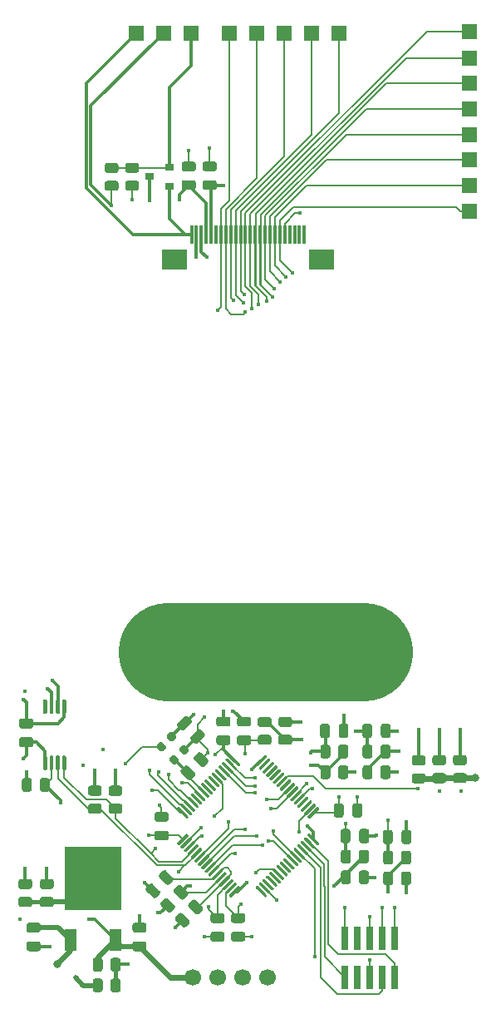
<source format=gbl>
G04 #@! TF.GenerationSoftware,KiCad,Pcbnew,(5.1.12)-1*
G04 #@! TF.CreationDate,2022-09-28T12:59:49-05:00*
G04 #@! TF.ProjectId,Controller_Borad,436f6e74-726f-46c6-9c65-725f426f7261,rev?*
G04 #@! TF.SameCoordinates,Original*
G04 #@! TF.FileFunction,Copper,L4,Bot*
G04 #@! TF.FilePolarity,Positive*
%FSLAX46Y46*%
G04 Gerber Fmt 4.6, Leading zero omitted, Abs format (unit mm)*
G04 Created by KiCad (PCBNEW (5.1.12)-1) date 2022-09-28 12:59:49*
%MOMM*%
%LPD*%
G01*
G04 APERTURE LIST*
G04 #@! TA.AperFunction,ComponentPad*
%ADD10O,30.000000X10.000000*%
G04 #@! TD*
G04 #@! TA.AperFunction,SMDPad,CuDef*
%ADD11R,2.500000X2.000000*%
G04 #@! TD*
G04 #@! TA.AperFunction,SMDPad,CuDef*
%ADD12R,0.300000X1.900000*%
G04 #@! TD*
G04 #@! TA.AperFunction,SMDPad,CuDef*
%ADD13R,1.500000X1.500000*%
G04 #@! TD*
G04 #@! TA.AperFunction,SMDPad,CuDef*
%ADD14R,0.900000X0.800000*%
G04 #@! TD*
G04 #@! TA.AperFunction,SMDPad,CuDef*
%ADD15R,0.740000X2.400000*%
G04 #@! TD*
G04 #@! TA.AperFunction,SMDPad,CuDef*
%ADD16R,5.800000X6.400000*%
G04 #@! TD*
G04 #@! TA.AperFunction,SMDPad,CuDef*
%ADD17R,1.200000X2.200000*%
G04 #@! TD*
G04 #@! TA.AperFunction,ComponentPad*
%ADD18C,1.700000*%
G04 #@! TD*
G04 #@! TA.AperFunction,ViaPad*
%ADD19C,0.800000*%
G04 #@! TD*
G04 #@! TA.AperFunction,ViaPad*
%ADD20C,0.450000*%
G04 #@! TD*
G04 #@! TA.AperFunction,Conductor*
%ADD21C,0.400000*%
G04 #@! TD*
G04 #@! TA.AperFunction,Conductor*
%ADD22C,0.300000*%
G04 #@! TD*
G04 #@! TA.AperFunction,Conductor*
%ADD23C,0.200000*%
G04 #@! TD*
G04 #@! TA.AperFunction,Conductor*
%ADD24C,0.500000*%
G04 #@! TD*
G04 #@! TA.AperFunction,Conductor*
%ADD25C,0.600000*%
G04 #@! TD*
G04 APERTURE END LIST*
D10*
X241800000Y-101000000D03*
D11*
X232500000Y-61000000D03*
X247500000Y-61000000D03*
D12*
X245750000Y-58500000D03*
X245250000Y-58500000D03*
X244750000Y-58500000D03*
X244250000Y-58500000D03*
X243750000Y-58500000D03*
X243250000Y-58500000D03*
X242750000Y-58500000D03*
X242250000Y-58500000D03*
X241750000Y-58500000D03*
X241250000Y-58500000D03*
X240750000Y-58500000D03*
X240250000Y-58500000D03*
X239750000Y-58500000D03*
X239250000Y-58500000D03*
X238750000Y-58500000D03*
X238250000Y-58500000D03*
X237750000Y-58500000D03*
X237250000Y-58500000D03*
X236750000Y-58500000D03*
X236250000Y-58500000D03*
X235750000Y-58500000D03*
X235250000Y-58500000D03*
X234750000Y-58500000D03*
X234250000Y-58500000D03*
G04 #@! TA.AperFunction,SMDPad,CuDef*
G36*
G01*
X235204073Y-112617678D02*
X234532322Y-111945927D01*
G75*
G02*
X234532322Y-111592373I176777J176777D01*
G01*
X234885875Y-111238820D01*
G75*
G02*
X235239429Y-111238820I176777J-176777D01*
G01*
X235911180Y-111910571D01*
G75*
G02*
X235911180Y-112264125I-176777J-176777D01*
G01*
X235557627Y-112617678D01*
G75*
G02*
X235204073Y-112617678I-176777J176777D01*
G01*
G37*
G04 #@! TD.AperFunction*
G04 #@! TA.AperFunction,SMDPad,CuDef*
G36*
G01*
X233860571Y-113961180D02*
X233188820Y-113289429D01*
G75*
G02*
X233188820Y-112935875I176777J176777D01*
G01*
X233542373Y-112582322D01*
G75*
G02*
X233895927Y-112582322I176777J-176777D01*
G01*
X234567678Y-113254073D01*
G75*
G02*
X234567678Y-113607627I-176777J-176777D01*
G01*
X234214125Y-113961180D01*
G75*
G02*
X233860571Y-113961180I-176777J176777D01*
G01*
G37*
G04 #@! TD.AperFunction*
G04 #@! TA.AperFunction,SMDPad,CuDef*
G36*
G01*
X234182322Y-109554073D02*
X234854073Y-108882322D01*
G75*
G02*
X235207627Y-108882322I176777J-176777D01*
G01*
X235561180Y-109235875D01*
G75*
G02*
X235561180Y-109589429I-176777J-176777D01*
G01*
X234889429Y-110261180D01*
G75*
G02*
X234535875Y-110261180I-176777J176777D01*
G01*
X234182322Y-109907627D01*
G75*
G02*
X234182322Y-109554073I176777J176777D01*
G01*
G37*
G04 #@! TD.AperFunction*
G04 #@! TA.AperFunction,SMDPad,CuDef*
G36*
G01*
X232838820Y-108210571D02*
X233510571Y-107538820D01*
G75*
G02*
X233864125Y-107538820I176777J-176777D01*
G01*
X234217678Y-107892373D01*
G75*
G02*
X234217678Y-108245927I-176777J-176777D01*
G01*
X233545927Y-108917678D01*
G75*
G02*
X233192373Y-108917678I-176777J176777D01*
G01*
X232838820Y-108564125D01*
G75*
G02*
X232838820Y-108210571I176777J176777D01*
G01*
G37*
G04 #@! TD.AperFunction*
G04 #@! TA.AperFunction,SMDPad,CuDef*
G36*
G01*
X232588908Y-111473833D02*
X232942461Y-111827386D01*
G75*
G02*
X232942461Y-112110228I-141421J-141421D01*
G01*
X232659618Y-112393071D01*
G75*
G02*
X232376776Y-112393071I-141421J141421D01*
G01*
X232023223Y-112039518D01*
G75*
G02*
X232023223Y-111756676I141421J141421D01*
G01*
X232306066Y-111473833D01*
G75*
G02*
X232588908Y-111473833I141421J-141421D01*
G01*
G37*
G04 #@! TD.AperFunction*
G04 #@! TA.AperFunction,SMDPad,CuDef*
G36*
G01*
X233614213Y-110448528D02*
X233967766Y-110802081D01*
G75*
G02*
X233967766Y-111084923I-141421J-141421D01*
G01*
X233684923Y-111367766D01*
G75*
G02*
X233402081Y-111367766I-141421J141421D01*
G01*
X233048528Y-111014213D01*
G75*
G02*
X233048528Y-110731371I141421J141421D01*
G01*
X233331371Y-110448528D01*
G75*
G02*
X233614213Y-110448528I141421J-141421D01*
G01*
G37*
G04 #@! TD.AperFunction*
G04 #@! TA.AperFunction,SMDPad,CuDef*
G36*
G01*
X231280761Y-110165686D02*
X231634314Y-110519239D01*
G75*
G02*
X231634314Y-110802081I-141421J-141421D01*
G01*
X231351471Y-111084924D01*
G75*
G02*
X231068629Y-111084924I-141421J141421D01*
G01*
X230715076Y-110731371D01*
G75*
G02*
X230715076Y-110448529I141421J141421D01*
G01*
X230997919Y-110165686D01*
G75*
G02*
X231280761Y-110165686I141421J-141421D01*
G01*
G37*
G04 #@! TD.AperFunction*
G04 #@! TA.AperFunction,SMDPad,CuDef*
G36*
G01*
X232306066Y-109140381D02*
X232659619Y-109493934D01*
G75*
G02*
X232659619Y-109776776I-141421J-141421D01*
G01*
X232376776Y-110059619D01*
G75*
G02*
X232093934Y-110059619I-141421J141421D01*
G01*
X231740381Y-109706066D01*
G75*
G02*
X231740381Y-109423224I141421J141421D01*
G01*
X232023224Y-109140381D01*
G75*
G02*
X232306066Y-109140381I141421J-141421D01*
G01*
G37*
G04 #@! TD.AperFunction*
G04 #@! TA.AperFunction,SMDPad,CuDef*
G36*
G01*
X219225000Y-111525000D02*
X219425000Y-111525000D01*
G75*
G02*
X219525000Y-111625000I0J-100000D01*
G01*
X219525000Y-112900000D01*
G75*
G02*
X219425000Y-113000000I-100000J0D01*
G01*
X219225000Y-113000000D01*
G75*
G02*
X219125000Y-112900000I0J100000D01*
G01*
X219125000Y-111625000D01*
G75*
G02*
X219225000Y-111525000I100000J0D01*
G01*
G37*
G04 #@! TD.AperFunction*
G04 #@! TA.AperFunction,SMDPad,CuDef*
G36*
G01*
X219875000Y-111525000D02*
X220075000Y-111525000D01*
G75*
G02*
X220175000Y-111625000I0J-100000D01*
G01*
X220175000Y-112900000D01*
G75*
G02*
X220075000Y-113000000I-100000J0D01*
G01*
X219875000Y-113000000D01*
G75*
G02*
X219775000Y-112900000I0J100000D01*
G01*
X219775000Y-111625000D01*
G75*
G02*
X219875000Y-111525000I100000J0D01*
G01*
G37*
G04 #@! TD.AperFunction*
G04 #@! TA.AperFunction,SMDPad,CuDef*
G36*
G01*
X220525000Y-111525000D02*
X220725000Y-111525000D01*
G75*
G02*
X220825000Y-111625000I0J-100000D01*
G01*
X220825000Y-112900000D01*
G75*
G02*
X220725000Y-113000000I-100000J0D01*
G01*
X220525000Y-113000000D01*
G75*
G02*
X220425000Y-112900000I0J100000D01*
G01*
X220425000Y-111625000D01*
G75*
G02*
X220525000Y-111525000I100000J0D01*
G01*
G37*
G04 #@! TD.AperFunction*
G04 #@! TA.AperFunction,SMDPad,CuDef*
G36*
G01*
X221175000Y-111525000D02*
X221375000Y-111525000D01*
G75*
G02*
X221475000Y-111625000I0J-100000D01*
G01*
X221475000Y-112900000D01*
G75*
G02*
X221375000Y-113000000I-100000J0D01*
G01*
X221175000Y-113000000D01*
G75*
G02*
X221075000Y-112900000I0J100000D01*
G01*
X221075000Y-111625000D01*
G75*
G02*
X221175000Y-111525000I100000J0D01*
G01*
G37*
G04 #@! TD.AperFunction*
G04 #@! TA.AperFunction,SMDPad,CuDef*
G36*
G01*
X221175000Y-105800000D02*
X221375000Y-105800000D01*
G75*
G02*
X221475000Y-105900000I0J-100000D01*
G01*
X221475000Y-107175000D01*
G75*
G02*
X221375000Y-107275000I-100000J0D01*
G01*
X221175000Y-107275000D01*
G75*
G02*
X221075000Y-107175000I0J100000D01*
G01*
X221075000Y-105900000D01*
G75*
G02*
X221175000Y-105800000I100000J0D01*
G01*
G37*
G04 #@! TD.AperFunction*
G04 #@! TA.AperFunction,SMDPad,CuDef*
G36*
G01*
X220525000Y-105800000D02*
X220725000Y-105800000D01*
G75*
G02*
X220825000Y-105900000I0J-100000D01*
G01*
X220825000Y-107175000D01*
G75*
G02*
X220725000Y-107275000I-100000J0D01*
G01*
X220525000Y-107275000D01*
G75*
G02*
X220425000Y-107175000I0J100000D01*
G01*
X220425000Y-105900000D01*
G75*
G02*
X220525000Y-105800000I100000J0D01*
G01*
G37*
G04 #@! TD.AperFunction*
G04 #@! TA.AperFunction,SMDPad,CuDef*
G36*
G01*
X219875000Y-105800000D02*
X220075000Y-105800000D01*
G75*
G02*
X220175000Y-105900000I0J-100000D01*
G01*
X220175000Y-107175000D01*
G75*
G02*
X220075000Y-107275000I-100000J0D01*
G01*
X219875000Y-107275000D01*
G75*
G02*
X219775000Y-107175000I0J100000D01*
G01*
X219775000Y-105900000D01*
G75*
G02*
X219875000Y-105800000I100000J0D01*
G01*
G37*
G04 #@! TD.AperFunction*
G04 #@! TA.AperFunction,SMDPad,CuDef*
G36*
G01*
X219225000Y-105800000D02*
X219425000Y-105800000D01*
G75*
G02*
X219525000Y-105900000I0J-100000D01*
G01*
X219525000Y-107175000D01*
G75*
G02*
X219425000Y-107275000I-100000J0D01*
G01*
X219225000Y-107275000D01*
G75*
G02*
X219125000Y-107175000I0J100000D01*
G01*
X219125000Y-105900000D01*
G75*
G02*
X219225000Y-105800000I100000J0D01*
G01*
G37*
G04 #@! TD.AperFunction*
G04 #@! TA.AperFunction,SMDPad,CuDef*
G36*
G01*
X247230167Y-116985266D02*
X246293251Y-117922182D01*
G75*
G02*
X246187185Y-117922182I-53033J53033D01*
G01*
X246081119Y-117816116D01*
G75*
G02*
X246081119Y-117710050I53033J53033D01*
G01*
X247018035Y-116773134D01*
G75*
G02*
X247124101Y-116773134I53033J-53033D01*
G01*
X247230167Y-116879200D01*
G75*
G02*
X247230167Y-116985266I-53033J-53033D01*
G01*
G37*
G04 #@! TD.AperFunction*
G04 #@! TA.AperFunction,SMDPad,CuDef*
G36*
G01*
X246876613Y-116631713D02*
X245939697Y-117568629D01*
G75*
G02*
X245833631Y-117568629I-53033J53033D01*
G01*
X245727565Y-117462563D01*
G75*
G02*
X245727565Y-117356497I53033J53033D01*
G01*
X246664481Y-116419581D01*
G75*
G02*
X246770547Y-116419581I53033J-53033D01*
G01*
X246876613Y-116525647D01*
G75*
G02*
X246876613Y-116631713I-53033J-53033D01*
G01*
G37*
G04 #@! TD.AperFunction*
G04 #@! TA.AperFunction,SMDPad,CuDef*
G36*
G01*
X246523060Y-116278159D02*
X245586144Y-117215075D01*
G75*
G02*
X245480078Y-117215075I-53033J53033D01*
G01*
X245374012Y-117109009D01*
G75*
G02*
X245374012Y-117002943I53033J53033D01*
G01*
X246310928Y-116066027D01*
G75*
G02*
X246416994Y-116066027I53033J-53033D01*
G01*
X246523060Y-116172093D01*
G75*
G02*
X246523060Y-116278159I-53033J-53033D01*
G01*
G37*
G04 #@! TD.AperFunction*
G04 #@! TA.AperFunction,SMDPad,CuDef*
G36*
G01*
X246169506Y-115924606D02*
X245232590Y-116861522D01*
G75*
G02*
X245126524Y-116861522I-53033J53033D01*
G01*
X245020458Y-116755456D01*
G75*
G02*
X245020458Y-116649390I53033J53033D01*
G01*
X245957374Y-115712474D01*
G75*
G02*
X246063440Y-115712474I53033J-53033D01*
G01*
X246169506Y-115818540D01*
G75*
G02*
X246169506Y-115924606I-53033J-53033D01*
G01*
G37*
G04 #@! TD.AperFunction*
G04 #@! TA.AperFunction,SMDPad,CuDef*
G36*
G01*
X245815953Y-115571053D02*
X244879037Y-116507969D01*
G75*
G02*
X244772971Y-116507969I-53033J53033D01*
G01*
X244666905Y-116401903D01*
G75*
G02*
X244666905Y-116295837I53033J53033D01*
G01*
X245603821Y-115358921D01*
G75*
G02*
X245709887Y-115358921I53033J-53033D01*
G01*
X245815953Y-115464987D01*
G75*
G02*
X245815953Y-115571053I-53033J-53033D01*
G01*
G37*
G04 #@! TD.AperFunction*
G04 #@! TA.AperFunction,SMDPad,CuDef*
G36*
G01*
X245462400Y-115217499D02*
X244525484Y-116154415D01*
G75*
G02*
X244419418Y-116154415I-53033J53033D01*
G01*
X244313352Y-116048349D01*
G75*
G02*
X244313352Y-115942283I53033J53033D01*
G01*
X245250268Y-115005367D01*
G75*
G02*
X245356334Y-115005367I53033J-53033D01*
G01*
X245462400Y-115111433D01*
G75*
G02*
X245462400Y-115217499I-53033J-53033D01*
G01*
G37*
G04 #@! TD.AperFunction*
G04 #@! TA.AperFunction,SMDPad,CuDef*
G36*
G01*
X245108846Y-114863946D02*
X244171930Y-115800862D01*
G75*
G02*
X244065864Y-115800862I-53033J53033D01*
G01*
X243959798Y-115694796D01*
G75*
G02*
X243959798Y-115588730I53033J53033D01*
G01*
X244896714Y-114651814D01*
G75*
G02*
X245002780Y-114651814I53033J-53033D01*
G01*
X245108846Y-114757880D01*
G75*
G02*
X245108846Y-114863946I-53033J-53033D01*
G01*
G37*
G04 #@! TD.AperFunction*
G04 #@! TA.AperFunction,SMDPad,CuDef*
G36*
G01*
X244755293Y-114510393D02*
X243818377Y-115447309D01*
G75*
G02*
X243712311Y-115447309I-53033J53033D01*
G01*
X243606245Y-115341243D01*
G75*
G02*
X243606245Y-115235177I53033J53033D01*
G01*
X244543161Y-114298261D01*
G75*
G02*
X244649227Y-114298261I53033J-53033D01*
G01*
X244755293Y-114404327D01*
G75*
G02*
X244755293Y-114510393I-53033J-53033D01*
G01*
G37*
G04 #@! TD.AperFunction*
G04 #@! TA.AperFunction,SMDPad,CuDef*
G36*
G01*
X244401739Y-114156839D02*
X243464823Y-115093755D01*
G75*
G02*
X243358757Y-115093755I-53033J53033D01*
G01*
X243252691Y-114987689D01*
G75*
G02*
X243252691Y-114881623I53033J53033D01*
G01*
X244189607Y-113944707D01*
G75*
G02*
X244295673Y-113944707I53033J-53033D01*
G01*
X244401739Y-114050773D01*
G75*
G02*
X244401739Y-114156839I-53033J-53033D01*
G01*
G37*
G04 #@! TD.AperFunction*
G04 #@! TA.AperFunction,SMDPad,CuDef*
G36*
G01*
X244048186Y-113803286D02*
X243111270Y-114740202D01*
G75*
G02*
X243005204Y-114740202I-53033J53033D01*
G01*
X242899138Y-114634136D01*
G75*
G02*
X242899138Y-114528070I53033J53033D01*
G01*
X243836054Y-113591154D01*
G75*
G02*
X243942120Y-113591154I53033J-53033D01*
G01*
X244048186Y-113697220D01*
G75*
G02*
X244048186Y-113803286I-53033J-53033D01*
G01*
G37*
G04 #@! TD.AperFunction*
G04 #@! TA.AperFunction,SMDPad,CuDef*
G36*
G01*
X243694633Y-113449732D02*
X242757717Y-114386648D01*
G75*
G02*
X242651651Y-114386648I-53033J53033D01*
G01*
X242545585Y-114280582D01*
G75*
G02*
X242545585Y-114174516I53033J53033D01*
G01*
X243482501Y-113237600D01*
G75*
G02*
X243588567Y-113237600I53033J-53033D01*
G01*
X243694633Y-113343666D01*
G75*
G02*
X243694633Y-113449732I-53033J-53033D01*
G01*
G37*
G04 #@! TD.AperFunction*
G04 #@! TA.AperFunction,SMDPad,CuDef*
G36*
G01*
X243341079Y-113096179D02*
X242404163Y-114033095D01*
G75*
G02*
X242298097Y-114033095I-53033J53033D01*
G01*
X242192031Y-113927029D01*
G75*
G02*
X242192031Y-113820963I53033J53033D01*
G01*
X243128947Y-112884047D01*
G75*
G02*
X243235013Y-112884047I53033J-53033D01*
G01*
X243341079Y-112990113D01*
G75*
G02*
X243341079Y-113096179I-53033J-53033D01*
G01*
G37*
G04 #@! TD.AperFunction*
G04 #@! TA.AperFunction,SMDPad,CuDef*
G36*
G01*
X242987526Y-112742626D02*
X242050610Y-113679542D01*
G75*
G02*
X241944544Y-113679542I-53033J53033D01*
G01*
X241838478Y-113573476D01*
G75*
G02*
X241838478Y-113467410I53033J53033D01*
G01*
X242775394Y-112530494D01*
G75*
G02*
X242881460Y-112530494I53033J-53033D01*
G01*
X242987526Y-112636560D01*
G75*
G02*
X242987526Y-112742626I-53033J-53033D01*
G01*
G37*
G04 #@! TD.AperFunction*
G04 #@! TA.AperFunction,SMDPad,CuDef*
G36*
G01*
X242633973Y-112389072D02*
X241697057Y-113325988D01*
G75*
G02*
X241590991Y-113325988I-53033J53033D01*
G01*
X241484925Y-113219922D01*
G75*
G02*
X241484925Y-113113856I53033J53033D01*
G01*
X242421841Y-112176940D01*
G75*
G02*
X242527907Y-112176940I53033J-53033D01*
G01*
X242633973Y-112283006D01*
G75*
G02*
X242633973Y-112389072I-53033J-53033D01*
G01*
G37*
G04 #@! TD.AperFunction*
G04 #@! TA.AperFunction,SMDPad,CuDef*
G36*
G01*
X242280419Y-112035519D02*
X241343503Y-112972435D01*
G75*
G02*
X241237437Y-112972435I-53033J53033D01*
G01*
X241131371Y-112866369D01*
G75*
G02*
X241131371Y-112760303I53033J53033D01*
G01*
X242068287Y-111823387D01*
G75*
G02*
X242174353Y-111823387I53033J-53033D01*
G01*
X242280419Y-111929453D01*
G75*
G02*
X242280419Y-112035519I-53033J-53033D01*
G01*
G37*
G04 #@! TD.AperFunction*
G04 #@! TA.AperFunction,SMDPad,CuDef*
G36*
G01*
X241926866Y-111681965D02*
X240989950Y-112618881D01*
G75*
G02*
X240883884Y-112618881I-53033J53033D01*
G01*
X240777818Y-112512815D01*
G75*
G02*
X240777818Y-112406749I53033J53033D01*
G01*
X241714734Y-111469833D01*
G75*
G02*
X241820800Y-111469833I53033J-53033D01*
G01*
X241926866Y-111575899D01*
G75*
G02*
X241926866Y-111681965I-53033J-53033D01*
G01*
G37*
G04 #@! TD.AperFunction*
G04 #@! TA.AperFunction,SMDPad,CuDef*
G36*
G01*
X239222182Y-112512815D02*
X239116116Y-112618881D01*
G75*
G02*
X239010050Y-112618881I-53033J53033D01*
G01*
X238073134Y-111681965D01*
G75*
G02*
X238073134Y-111575899I53033J53033D01*
G01*
X238179200Y-111469833D01*
G75*
G02*
X238285266Y-111469833I53033J-53033D01*
G01*
X239222182Y-112406749D01*
G75*
G02*
X239222182Y-112512815I-53033J-53033D01*
G01*
G37*
G04 #@! TD.AperFunction*
G04 #@! TA.AperFunction,SMDPad,CuDef*
G36*
G01*
X238868629Y-112866369D02*
X238762563Y-112972435D01*
G75*
G02*
X238656497Y-112972435I-53033J53033D01*
G01*
X237719581Y-112035519D01*
G75*
G02*
X237719581Y-111929453I53033J53033D01*
G01*
X237825647Y-111823387D01*
G75*
G02*
X237931713Y-111823387I53033J-53033D01*
G01*
X238868629Y-112760303D01*
G75*
G02*
X238868629Y-112866369I-53033J-53033D01*
G01*
G37*
G04 #@! TD.AperFunction*
G04 #@! TA.AperFunction,SMDPad,CuDef*
G36*
G01*
X238515075Y-113219922D02*
X238409009Y-113325988D01*
G75*
G02*
X238302943Y-113325988I-53033J53033D01*
G01*
X237366027Y-112389072D01*
G75*
G02*
X237366027Y-112283006I53033J53033D01*
G01*
X237472093Y-112176940D01*
G75*
G02*
X237578159Y-112176940I53033J-53033D01*
G01*
X238515075Y-113113856D01*
G75*
G02*
X238515075Y-113219922I-53033J-53033D01*
G01*
G37*
G04 #@! TD.AperFunction*
G04 #@! TA.AperFunction,SMDPad,CuDef*
G36*
G01*
X238161522Y-113573476D02*
X238055456Y-113679542D01*
G75*
G02*
X237949390Y-113679542I-53033J53033D01*
G01*
X237012474Y-112742626D01*
G75*
G02*
X237012474Y-112636560I53033J53033D01*
G01*
X237118540Y-112530494D01*
G75*
G02*
X237224606Y-112530494I53033J-53033D01*
G01*
X238161522Y-113467410D01*
G75*
G02*
X238161522Y-113573476I-53033J-53033D01*
G01*
G37*
G04 #@! TD.AperFunction*
G04 #@! TA.AperFunction,SMDPad,CuDef*
G36*
G01*
X237807969Y-113927029D02*
X237701903Y-114033095D01*
G75*
G02*
X237595837Y-114033095I-53033J53033D01*
G01*
X236658921Y-113096179D01*
G75*
G02*
X236658921Y-112990113I53033J53033D01*
G01*
X236764987Y-112884047D01*
G75*
G02*
X236871053Y-112884047I53033J-53033D01*
G01*
X237807969Y-113820963D01*
G75*
G02*
X237807969Y-113927029I-53033J-53033D01*
G01*
G37*
G04 #@! TD.AperFunction*
G04 #@! TA.AperFunction,SMDPad,CuDef*
G36*
G01*
X237454415Y-114280582D02*
X237348349Y-114386648D01*
G75*
G02*
X237242283Y-114386648I-53033J53033D01*
G01*
X236305367Y-113449732D01*
G75*
G02*
X236305367Y-113343666I53033J53033D01*
G01*
X236411433Y-113237600D01*
G75*
G02*
X236517499Y-113237600I53033J-53033D01*
G01*
X237454415Y-114174516D01*
G75*
G02*
X237454415Y-114280582I-53033J-53033D01*
G01*
G37*
G04 #@! TD.AperFunction*
G04 #@! TA.AperFunction,SMDPad,CuDef*
G36*
G01*
X237100862Y-114634136D02*
X236994796Y-114740202D01*
G75*
G02*
X236888730Y-114740202I-53033J53033D01*
G01*
X235951814Y-113803286D01*
G75*
G02*
X235951814Y-113697220I53033J53033D01*
G01*
X236057880Y-113591154D01*
G75*
G02*
X236163946Y-113591154I53033J-53033D01*
G01*
X237100862Y-114528070D01*
G75*
G02*
X237100862Y-114634136I-53033J-53033D01*
G01*
G37*
G04 #@! TD.AperFunction*
G04 #@! TA.AperFunction,SMDPad,CuDef*
G36*
G01*
X236747309Y-114987689D02*
X236641243Y-115093755D01*
G75*
G02*
X236535177Y-115093755I-53033J53033D01*
G01*
X235598261Y-114156839D01*
G75*
G02*
X235598261Y-114050773I53033J53033D01*
G01*
X235704327Y-113944707D01*
G75*
G02*
X235810393Y-113944707I53033J-53033D01*
G01*
X236747309Y-114881623D01*
G75*
G02*
X236747309Y-114987689I-53033J-53033D01*
G01*
G37*
G04 #@! TD.AperFunction*
G04 #@! TA.AperFunction,SMDPad,CuDef*
G36*
G01*
X236393755Y-115341243D02*
X236287689Y-115447309D01*
G75*
G02*
X236181623Y-115447309I-53033J53033D01*
G01*
X235244707Y-114510393D01*
G75*
G02*
X235244707Y-114404327I53033J53033D01*
G01*
X235350773Y-114298261D01*
G75*
G02*
X235456839Y-114298261I53033J-53033D01*
G01*
X236393755Y-115235177D01*
G75*
G02*
X236393755Y-115341243I-53033J-53033D01*
G01*
G37*
G04 #@! TD.AperFunction*
G04 #@! TA.AperFunction,SMDPad,CuDef*
G36*
G01*
X236040202Y-115694796D02*
X235934136Y-115800862D01*
G75*
G02*
X235828070Y-115800862I-53033J53033D01*
G01*
X234891154Y-114863946D01*
G75*
G02*
X234891154Y-114757880I53033J53033D01*
G01*
X234997220Y-114651814D01*
G75*
G02*
X235103286Y-114651814I53033J-53033D01*
G01*
X236040202Y-115588730D01*
G75*
G02*
X236040202Y-115694796I-53033J-53033D01*
G01*
G37*
G04 #@! TD.AperFunction*
G04 #@! TA.AperFunction,SMDPad,CuDef*
G36*
G01*
X235686648Y-116048349D02*
X235580582Y-116154415D01*
G75*
G02*
X235474516Y-116154415I-53033J53033D01*
G01*
X234537600Y-115217499D01*
G75*
G02*
X234537600Y-115111433I53033J53033D01*
G01*
X234643666Y-115005367D01*
G75*
G02*
X234749732Y-115005367I53033J-53033D01*
G01*
X235686648Y-115942283D01*
G75*
G02*
X235686648Y-116048349I-53033J-53033D01*
G01*
G37*
G04 #@! TD.AperFunction*
G04 #@! TA.AperFunction,SMDPad,CuDef*
G36*
G01*
X235333095Y-116401903D02*
X235227029Y-116507969D01*
G75*
G02*
X235120963Y-116507969I-53033J53033D01*
G01*
X234184047Y-115571053D01*
G75*
G02*
X234184047Y-115464987I53033J53033D01*
G01*
X234290113Y-115358921D01*
G75*
G02*
X234396179Y-115358921I53033J-53033D01*
G01*
X235333095Y-116295837D01*
G75*
G02*
X235333095Y-116401903I-53033J-53033D01*
G01*
G37*
G04 #@! TD.AperFunction*
G04 #@! TA.AperFunction,SMDPad,CuDef*
G36*
G01*
X234979542Y-116755456D02*
X234873476Y-116861522D01*
G75*
G02*
X234767410Y-116861522I-53033J53033D01*
G01*
X233830494Y-115924606D01*
G75*
G02*
X233830494Y-115818540I53033J53033D01*
G01*
X233936560Y-115712474D01*
G75*
G02*
X234042626Y-115712474I53033J-53033D01*
G01*
X234979542Y-116649390D01*
G75*
G02*
X234979542Y-116755456I-53033J-53033D01*
G01*
G37*
G04 #@! TD.AperFunction*
G04 #@! TA.AperFunction,SMDPad,CuDef*
G36*
G01*
X234625988Y-117109009D02*
X234519922Y-117215075D01*
G75*
G02*
X234413856Y-117215075I-53033J53033D01*
G01*
X233476940Y-116278159D01*
G75*
G02*
X233476940Y-116172093I53033J53033D01*
G01*
X233583006Y-116066027D01*
G75*
G02*
X233689072Y-116066027I53033J-53033D01*
G01*
X234625988Y-117002943D01*
G75*
G02*
X234625988Y-117109009I-53033J-53033D01*
G01*
G37*
G04 #@! TD.AperFunction*
G04 #@! TA.AperFunction,SMDPad,CuDef*
G36*
G01*
X234272435Y-117462563D02*
X234166369Y-117568629D01*
G75*
G02*
X234060303Y-117568629I-53033J53033D01*
G01*
X233123387Y-116631713D01*
G75*
G02*
X233123387Y-116525647I53033J53033D01*
G01*
X233229453Y-116419581D01*
G75*
G02*
X233335519Y-116419581I53033J-53033D01*
G01*
X234272435Y-117356497D01*
G75*
G02*
X234272435Y-117462563I-53033J-53033D01*
G01*
G37*
G04 #@! TD.AperFunction*
G04 #@! TA.AperFunction,SMDPad,CuDef*
G36*
G01*
X233918881Y-117816116D02*
X233812815Y-117922182D01*
G75*
G02*
X233706749Y-117922182I-53033J53033D01*
G01*
X232769833Y-116985266D01*
G75*
G02*
X232769833Y-116879200I53033J53033D01*
G01*
X232875899Y-116773134D01*
G75*
G02*
X232981965Y-116773134I53033J-53033D01*
G01*
X233918881Y-117710050D01*
G75*
G02*
X233918881Y-117816116I-53033J-53033D01*
G01*
G37*
G04 #@! TD.AperFunction*
G04 #@! TA.AperFunction,SMDPad,CuDef*
G36*
G01*
X233918881Y-119689950D02*
X232981965Y-120626866D01*
G75*
G02*
X232875899Y-120626866I-53033J53033D01*
G01*
X232769833Y-120520800D01*
G75*
G02*
X232769833Y-120414734I53033J53033D01*
G01*
X233706749Y-119477818D01*
G75*
G02*
X233812815Y-119477818I53033J-53033D01*
G01*
X233918881Y-119583884D01*
G75*
G02*
X233918881Y-119689950I-53033J-53033D01*
G01*
G37*
G04 #@! TD.AperFunction*
G04 #@! TA.AperFunction,SMDPad,CuDef*
G36*
G01*
X234272435Y-120043503D02*
X233335519Y-120980419D01*
G75*
G02*
X233229453Y-120980419I-53033J53033D01*
G01*
X233123387Y-120874353D01*
G75*
G02*
X233123387Y-120768287I53033J53033D01*
G01*
X234060303Y-119831371D01*
G75*
G02*
X234166369Y-119831371I53033J-53033D01*
G01*
X234272435Y-119937437D01*
G75*
G02*
X234272435Y-120043503I-53033J-53033D01*
G01*
G37*
G04 #@! TD.AperFunction*
G04 #@! TA.AperFunction,SMDPad,CuDef*
G36*
G01*
X234625988Y-120397057D02*
X233689072Y-121333973D01*
G75*
G02*
X233583006Y-121333973I-53033J53033D01*
G01*
X233476940Y-121227907D01*
G75*
G02*
X233476940Y-121121841I53033J53033D01*
G01*
X234413856Y-120184925D01*
G75*
G02*
X234519922Y-120184925I53033J-53033D01*
G01*
X234625988Y-120290991D01*
G75*
G02*
X234625988Y-120397057I-53033J-53033D01*
G01*
G37*
G04 #@! TD.AperFunction*
G04 #@! TA.AperFunction,SMDPad,CuDef*
G36*
G01*
X234979542Y-120750610D02*
X234042626Y-121687526D01*
G75*
G02*
X233936560Y-121687526I-53033J53033D01*
G01*
X233830494Y-121581460D01*
G75*
G02*
X233830494Y-121475394I53033J53033D01*
G01*
X234767410Y-120538478D01*
G75*
G02*
X234873476Y-120538478I53033J-53033D01*
G01*
X234979542Y-120644544D01*
G75*
G02*
X234979542Y-120750610I-53033J-53033D01*
G01*
G37*
G04 #@! TD.AperFunction*
G04 #@! TA.AperFunction,SMDPad,CuDef*
G36*
G01*
X235333095Y-121104163D02*
X234396179Y-122041079D01*
G75*
G02*
X234290113Y-122041079I-53033J53033D01*
G01*
X234184047Y-121935013D01*
G75*
G02*
X234184047Y-121828947I53033J53033D01*
G01*
X235120963Y-120892031D01*
G75*
G02*
X235227029Y-120892031I53033J-53033D01*
G01*
X235333095Y-120998097D01*
G75*
G02*
X235333095Y-121104163I-53033J-53033D01*
G01*
G37*
G04 #@! TD.AperFunction*
G04 #@! TA.AperFunction,SMDPad,CuDef*
G36*
G01*
X235686648Y-121457717D02*
X234749732Y-122394633D01*
G75*
G02*
X234643666Y-122394633I-53033J53033D01*
G01*
X234537600Y-122288567D01*
G75*
G02*
X234537600Y-122182501I53033J53033D01*
G01*
X235474516Y-121245585D01*
G75*
G02*
X235580582Y-121245585I53033J-53033D01*
G01*
X235686648Y-121351651D01*
G75*
G02*
X235686648Y-121457717I-53033J-53033D01*
G01*
G37*
G04 #@! TD.AperFunction*
G04 #@! TA.AperFunction,SMDPad,CuDef*
G36*
G01*
X236040202Y-121811270D02*
X235103286Y-122748186D01*
G75*
G02*
X234997220Y-122748186I-53033J53033D01*
G01*
X234891154Y-122642120D01*
G75*
G02*
X234891154Y-122536054I53033J53033D01*
G01*
X235828070Y-121599138D01*
G75*
G02*
X235934136Y-121599138I53033J-53033D01*
G01*
X236040202Y-121705204D01*
G75*
G02*
X236040202Y-121811270I-53033J-53033D01*
G01*
G37*
G04 #@! TD.AperFunction*
G04 #@! TA.AperFunction,SMDPad,CuDef*
G36*
G01*
X236393755Y-122164823D02*
X235456839Y-123101739D01*
G75*
G02*
X235350773Y-123101739I-53033J53033D01*
G01*
X235244707Y-122995673D01*
G75*
G02*
X235244707Y-122889607I53033J53033D01*
G01*
X236181623Y-121952691D01*
G75*
G02*
X236287689Y-121952691I53033J-53033D01*
G01*
X236393755Y-122058757D01*
G75*
G02*
X236393755Y-122164823I-53033J-53033D01*
G01*
G37*
G04 #@! TD.AperFunction*
G04 #@! TA.AperFunction,SMDPad,CuDef*
G36*
G01*
X236747309Y-122518377D02*
X235810393Y-123455293D01*
G75*
G02*
X235704327Y-123455293I-53033J53033D01*
G01*
X235598261Y-123349227D01*
G75*
G02*
X235598261Y-123243161I53033J53033D01*
G01*
X236535177Y-122306245D01*
G75*
G02*
X236641243Y-122306245I53033J-53033D01*
G01*
X236747309Y-122412311D01*
G75*
G02*
X236747309Y-122518377I-53033J-53033D01*
G01*
G37*
G04 #@! TD.AperFunction*
G04 #@! TA.AperFunction,SMDPad,CuDef*
G36*
G01*
X237100862Y-122871930D02*
X236163946Y-123808846D01*
G75*
G02*
X236057880Y-123808846I-53033J53033D01*
G01*
X235951814Y-123702780D01*
G75*
G02*
X235951814Y-123596714I53033J53033D01*
G01*
X236888730Y-122659798D01*
G75*
G02*
X236994796Y-122659798I53033J-53033D01*
G01*
X237100862Y-122765864D01*
G75*
G02*
X237100862Y-122871930I-53033J-53033D01*
G01*
G37*
G04 #@! TD.AperFunction*
G04 #@! TA.AperFunction,SMDPad,CuDef*
G36*
G01*
X237454415Y-123225484D02*
X236517499Y-124162400D01*
G75*
G02*
X236411433Y-124162400I-53033J53033D01*
G01*
X236305367Y-124056334D01*
G75*
G02*
X236305367Y-123950268I53033J53033D01*
G01*
X237242283Y-123013352D01*
G75*
G02*
X237348349Y-123013352I53033J-53033D01*
G01*
X237454415Y-123119418D01*
G75*
G02*
X237454415Y-123225484I-53033J-53033D01*
G01*
G37*
G04 #@! TD.AperFunction*
G04 #@! TA.AperFunction,SMDPad,CuDef*
G36*
G01*
X237807969Y-123579037D02*
X236871053Y-124515953D01*
G75*
G02*
X236764987Y-124515953I-53033J53033D01*
G01*
X236658921Y-124409887D01*
G75*
G02*
X236658921Y-124303821I53033J53033D01*
G01*
X237595837Y-123366905D01*
G75*
G02*
X237701903Y-123366905I53033J-53033D01*
G01*
X237807969Y-123472971D01*
G75*
G02*
X237807969Y-123579037I-53033J-53033D01*
G01*
G37*
G04 #@! TD.AperFunction*
G04 #@! TA.AperFunction,SMDPad,CuDef*
G36*
G01*
X238161522Y-123932590D02*
X237224606Y-124869506D01*
G75*
G02*
X237118540Y-124869506I-53033J53033D01*
G01*
X237012474Y-124763440D01*
G75*
G02*
X237012474Y-124657374I53033J53033D01*
G01*
X237949390Y-123720458D01*
G75*
G02*
X238055456Y-123720458I53033J-53033D01*
G01*
X238161522Y-123826524D01*
G75*
G02*
X238161522Y-123932590I-53033J-53033D01*
G01*
G37*
G04 #@! TD.AperFunction*
G04 #@! TA.AperFunction,SMDPad,CuDef*
G36*
G01*
X238515075Y-124286144D02*
X237578159Y-125223060D01*
G75*
G02*
X237472093Y-125223060I-53033J53033D01*
G01*
X237366027Y-125116994D01*
G75*
G02*
X237366027Y-125010928I53033J53033D01*
G01*
X238302943Y-124074012D01*
G75*
G02*
X238409009Y-124074012I53033J-53033D01*
G01*
X238515075Y-124180078D01*
G75*
G02*
X238515075Y-124286144I-53033J-53033D01*
G01*
G37*
G04 #@! TD.AperFunction*
G04 #@! TA.AperFunction,SMDPad,CuDef*
G36*
G01*
X238868629Y-124639697D02*
X237931713Y-125576613D01*
G75*
G02*
X237825647Y-125576613I-53033J53033D01*
G01*
X237719581Y-125470547D01*
G75*
G02*
X237719581Y-125364481I53033J53033D01*
G01*
X238656497Y-124427565D01*
G75*
G02*
X238762563Y-124427565I53033J-53033D01*
G01*
X238868629Y-124533631D01*
G75*
G02*
X238868629Y-124639697I-53033J-53033D01*
G01*
G37*
G04 #@! TD.AperFunction*
G04 #@! TA.AperFunction,SMDPad,CuDef*
G36*
G01*
X239222182Y-124993251D02*
X238285266Y-125930167D01*
G75*
G02*
X238179200Y-125930167I-53033J53033D01*
G01*
X238073134Y-125824101D01*
G75*
G02*
X238073134Y-125718035I53033J53033D01*
G01*
X239010050Y-124781119D01*
G75*
G02*
X239116116Y-124781119I53033J-53033D01*
G01*
X239222182Y-124887185D01*
G75*
G02*
X239222182Y-124993251I-53033J-53033D01*
G01*
G37*
G04 #@! TD.AperFunction*
G04 #@! TA.AperFunction,SMDPad,CuDef*
G36*
G01*
X241926866Y-125824101D02*
X241820800Y-125930167D01*
G75*
G02*
X241714734Y-125930167I-53033J53033D01*
G01*
X240777818Y-124993251D01*
G75*
G02*
X240777818Y-124887185I53033J53033D01*
G01*
X240883884Y-124781119D01*
G75*
G02*
X240989950Y-124781119I53033J-53033D01*
G01*
X241926866Y-125718035D01*
G75*
G02*
X241926866Y-125824101I-53033J-53033D01*
G01*
G37*
G04 #@! TD.AperFunction*
G04 #@! TA.AperFunction,SMDPad,CuDef*
G36*
G01*
X242280419Y-125470547D02*
X242174353Y-125576613D01*
G75*
G02*
X242068287Y-125576613I-53033J53033D01*
G01*
X241131371Y-124639697D01*
G75*
G02*
X241131371Y-124533631I53033J53033D01*
G01*
X241237437Y-124427565D01*
G75*
G02*
X241343503Y-124427565I53033J-53033D01*
G01*
X242280419Y-125364481D01*
G75*
G02*
X242280419Y-125470547I-53033J-53033D01*
G01*
G37*
G04 #@! TD.AperFunction*
G04 #@! TA.AperFunction,SMDPad,CuDef*
G36*
G01*
X242633973Y-125116994D02*
X242527907Y-125223060D01*
G75*
G02*
X242421841Y-125223060I-53033J53033D01*
G01*
X241484925Y-124286144D01*
G75*
G02*
X241484925Y-124180078I53033J53033D01*
G01*
X241590991Y-124074012D01*
G75*
G02*
X241697057Y-124074012I53033J-53033D01*
G01*
X242633973Y-125010928D01*
G75*
G02*
X242633973Y-125116994I-53033J-53033D01*
G01*
G37*
G04 #@! TD.AperFunction*
G04 #@! TA.AperFunction,SMDPad,CuDef*
G36*
G01*
X242987526Y-124763440D02*
X242881460Y-124869506D01*
G75*
G02*
X242775394Y-124869506I-53033J53033D01*
G01*
X241838478Y-123932590D01*
G75*
G02*
X241838478Y-123826524I53033J53033D01*
G01*
X241944544Y-123720458D01*
G75*
G02*
X242050610Y-123720458I53033J-53033D01*
G01*
X242987526Y-124657374D01*
G75*
G02*
X242987526Y-124763440I-53033J-53033D01*
G01*
G37*
G04 #@! TD.AperFunction*
G04 #@! TA.AperFunction,SMDPad,CuDef*
G36*
G01*
X243341079Y-124409887D02*
X243235013Y-124515953D01*
G75*
G02*
X243128947Y-124515953I-53033J53033D01*
G01*
X242192031Y-123579037D01*
G75*
G02*
X242192031Y-123472971I53033J53033D01*
G01*
X242298097Y-123366905D01*
G75*
G02*
X242404163Y-123366905I53033J-53033D01*
G01*
X243341079Y-124303821D01*
G75*
G02*
X243341079Y-124409887I-53033J-53033D01*
G01*
G37*
G04 #@! TD.AperFunction*
G04 #@! TA.AperFunction,SMDPad,CuDef*
G36*
G01*
X243694633Y-124056334D02*
X243588567Y-124162400D01*
G75*
G02*
X243482501Y-124162400I-53033J53033D01*
G01*
X242545585Y-123225484D01*
G75*
G02*
X242545585Y-123119418I53033J53033D01*
G01*
X242651651Y-123013352D01*
G75*
G02*
X242757717Y-123013352I53033J-53033D01*
G01*
X243694633Y-123950268D01*
G75*
G02*
X243694633Y-124056334I-53033J-53033D01*
G01*
G37*
G04 #@! TD.AperFunction*
G04 #@! TA.AperFunction,SMDPad,CuDef*
G36*
G01*
X244048186Y-123702780D02*
X243942120Y-123808846D01*
G75*
G02*
X243836054Y-123808846I-53033J53033D01*
G01*
X242899138Y-122871930D01*
G75*
G02*
X242899138Y-122765864I53033J53033D01*
G01*
X243005204Y-122659798D01*
G75*
G02*
X243111270Y-122659798I53033J-53033D01*
G01*
X244048186Y-123596714D01*
G75*
G02*
X244048186Y-123702780I-53033J-53033D01*
G01*
G37*
G04 #@! TD.AperFunction*
G04 #@! TA.AperFunction,SMDPad,CuDef*
G36*
G01*
X244401739Y-123349227D02*
X244295673Y-123455293D01*
G75*
G02*
X244189607Y-123455293I-53033J53033D01*
G01*
X243252691Y-122518377D01*
G75*
G02*
X243252691Y-122412311I53033J53033D01*
G01*
X243358757Y-122306245D01*
G75*
G02*
X243464823Y-122306245I53033J-53033D01*
G01*
X244401739Y-123243161D01*
G75*
G02*
X244401739Y-123349227I-53033J-53033D01*
G01*
G37*
G04 #@! TD.AperFunction*
G04 #@! TA.AperFunction,SMDPad,CuDef*
G36*
G01*
X244755293Y-122995673D02*
X244649227Y-123101739D01*
G75*
G02*
X244543161Y-123101739I-53033J53033D01*
G01*
X243606245Y-122164823D01*
G75*
G02*
X243606245Y-122058757I53033J53033D01*
G01*
X243712311Y-121952691D01*
G75*
G02*
X243818377Y-121952691I53033J-53033D01*
G01*
X244755293Y-122889607D01*
G75*
G02*
X244755293Y-122995673I-53033J-53033D01*
G01*
G37*
G04 #@! TD.AperFunction*
G04 #@! TA.AperFunction,SMDPad,CuDef*
G36*
G01*
X245108846Y-122642120D02*
X245002780Y-122748186D01*
G75*
G02*
X244896714Y-122748186I-53033J53033D01*
G01*
X243959798Y-121811270D01*
G75*
G02*
X243959798Y-121705204I53033J53033D01*
G01*
X244065864Y-121599138D01*
G75*
G02*
X244171930Y-121599138I53033J-53033D01*
G01*
X245108846Y-122536054D01*
G75*
G02*
X245108846Y-122642120I-53033J-53033D01*
G01*
G37*
G04 #@! TD.AperFunction*
G04 #@! TA.AperFunction,SMDPad,CuDef*
G36*
G01*
X245462400Y-122288567D02*
X245356334Y-122394633D01*
G75*
G02*
X245250268Y-122394633I-53033J53033D01*
G01*
X244313352Y-121457717D01*
G75*
G02*
X244313352Y-121351651I53033J53033D01*
G01*
X244419418Y-121245585D01*
G75*
G02*
X244525484Y-121245585I53033J-53033D01*
G01*
X245462400Y-122182501D01*
G75*
G02*
X245462400Y-122288567I-53033J-53033D01*
G01*
G37*
G04 #@! TD.AperFunction*
G04 #@! TA.AperFunction,SMDPad,CuDef*
G36*
G01*
X245815953Y-121935013D02*
X245709887Y-122041079D01*
G75*
G02*
X245603821Y-122041079I-53033J53033D01*
G01*
X244666905Y-121104163D01*
G75*
G02*
X244666905Y-120998097I53033J53033D01*
G01*
X244772971Y-120892031D01*
G75*
G02*
X244879037Y-120892031I53033J-53033D01*
G01*
X245815953Y-121828947D01*
G75*
G02*
X245815953Y-121935013I-53033J-53033D01*
G01*
G37*
G04 #@! TD.AperFunction*
G04 #@! TA.AperFunction,SMDPad,CuDef*
G36*
G01*
X246169506Y-121581460D02*
X246063440Y-121687526D01*
G75*
G02*
X245957374Y-121687526I-53033J53033D01*
G01*
X245020458Y-120750610D01*
G75*
G02*
X245020458Y-120644544I53033J53033D01*
G01*
X245126524Y-120538478D01*
G75*
G02*
X245232590Y-120538478I53033J-53033D01*
G01*
X246169506Y-121475394D01*
G75*
G02*
X246169506Y-121581460I-53033J-53033D01*
G01*
G37*
G04 #@! TD.AperFunction*
G04 #@! TA.AperFunction,SMDPad,CuDef*
G36*
G01*
X246523060Y-121227907D02*
X246416994Y-121333973D01*
G75*
G02*
X246310928Y-121333973I-53033J53033D01*
G01*
X245374012Y-120397057D01*
G75*
G02*
X245374012Y-120290991I53033J53033D01*
G01*
X245480078Y-120184925D01*
G75*
G02*
X245586144Y-120184925I53033J-53033D01*
G01*
X246523060Y-121121841D01*
G75*
G02*
X246523060Y-121227907I-53033J-53033D01*
G01*
G37*
G04 #@! TD.AperFunction*
G04 #@! TA.AperFunction,SMDPad,CuDef*
G36*
G01*
X246876613Y-120874353D02*
X246770547Y-120980419D01*
G75*
G02*
X246664481Y-120980419I-53033J53033D01*
G01*
X245727565Y-120043503D01*
G75*
G02*
X245727565Y-119937437I53033J53033D01*
G01*
X245833631Y-119831371D01*
G75*
G02*
X245939697Y-119831371I53033J-53033D01*
G01*
X246876613Y-120768287D01*
G75*
G02*
X246876613Y-120874353I-53033J-53033D01*
G01*
G37*
G04 #@! TD.AperFunction*
G04 #@! TA.AperFunction,SMDPad,CuDef*
G36*
G01*
X247230167Y-120520800D02*
X247124101Y-120626866D01*
G75*
G02*
X247018035Y-120626866I-53033J53033D01*
G01*
X246081119Y-119689950D01*
G75*
G02*
X246081119Y-119583884I53033J53033D01*
G01*
X246187185Y-119477818D01*
G75*
G02*
X246293251Y-119477818I53033J-53033D01*
G01*
X247230167Y-120414734D01*
G75*
G02*
X247230167Y-120520800I-53033J-53033D01*
G01*
G37*
G04 #@! TD.AperFunction*
D13*
X228600000Y-38000000D03*
X262600000Y-37800000D03*
X262600000Y-40500000D03*
X262600000Y-43100000D03*
X262600000Y-45700000D03*
X262600000Y-48300000D03*
X262600000Y-50900000D03*
X262600000Y-53500000D03*
X262600000Y-56100000D03*
X249300000Y-38000000D03*
X246500000Y-38000000D03*
X243700000Y-38000000D03*
X240900000Y-38000000D03*
X238100000Y-38000000D03*
X234200000Y-38000000D03*
X231400000Y-38000000D03*
G04 #@! TA.AperFunction,SMDPad,CuDef*
G36*
G01*
X253500000Y-111550002D02*
X253500000Y-110649998D01*
G75*
G02*
X253749998Y-110400000I249998J0D01*
G01*
X254275002Y-110400000D01*
G75*
G02*
X254525000Y-110649998I0J-249998D01*
G01*
X254525000Y-111550002D01*
G75*
G02*
X254275002Y-111800000I-249998J0D01*
G01*
X253749998Y-111800000D01*
G75*
G02*
X253500000Y-111550002I0J249998D01*
G01*
G37*
G04 #@! TD.AperFunction*
G04 #@! TA.AperFunction,SMDPad,CuDef*
G36*
G01*
X251675000Y-111550002D02*
X251675000Y-110649998D01*
G75*
G02*
X251924998Y-110400000I249998J0D01*
G01*
X252450002Y-110400000D01*
G75*
G02*
X252700000Y-110649998I0J-249998D01*
G01*
X252700000Y-111550002D01*
G75*
G02*
X252450002Y-111800000I-249998J0D01*
G01*
X251924998Y-111800000D01*
G75*
G02*
X251675000Y-111550002I0J249998D01*
G01*
G37*
G04 #@! TD.AperFunction*
G04 #@! TA.AperFunction,SMDPad,CuDef*
G36*
G01*
X252700000Y-112749998D02*
X252700000Y-113650002D01*
G75*
G02*
X252450002Y-113900000I-249998J0D01*
G01*
X251924998Y-113900000D01*
G75*
G02*
X251675000Y-113650002I0J249998D01*
G01*
X251675000Y-112749998D01*
G75*
G02*
X251924998Y-112500000I249998J0D01*
G01*
X252450002Y-112500000D01*
G75*
G02*
X252700000Y-112749998I0J-249998D01*
G01*
G37*
G04 #@! TD.AperFunction*
G04 #@! TA.AperFunction,SMDPad,CuDef*
G36*
G01*
X254525000Y-112749998D02*
X254525000Y-113650002D01*
G75*
G02*
X254275002Y-113900000I-249998J0D01*
G01*
X253749998Y-113900000D01*
G75*
G02*
X253500000Y-113650002I0J249998D01*
G01*
X253500000Y-112749998D01*
G75*
G02*
X253749998Y-112500000I249998J0D01*
G01*
X254275002Y-112500000D01*
G75*
G02*
X254525000Y-112749998I0J-249998D01*
G01*
G37*
G04 #@! TD.AperFunction*
G04 #@! TA.AperFunction,SMDPad,CuDef*
G36*
G01*
X255600000Y-122350002D02*
X255600000Y-121449998D01*
G75*
G02*
X255849998Y-121200000I249998J0D01*
G01*
X256375002Y-121200000D01*
G75*
G02*
X256625000Y-121449998I0J-249998D01*
G01*
X256625000Y-122350002D01*
G75*
G02*
X256375002Y-122600000I-249998J0D01*
G01*
X255849998Y-122600000D01*
G75*
G02*
X255600000Y-122350002I0J249998D01*
G01*
G37*
G04 #@! TD.AperFunction*
G04 #@! TA.AperFunction,SMDPad,CuDef*
G36*
G01*
X253775000Y-122350002D02*
X253775000Y-121449998D01*
G75*
G02*
X254024998Y-121200000I249998J0D01*
G01*
X254550002Y-121200000D01*
G75*
G02*
X254800000Y-121449998I0J-249998D01*
G01*
X254800000Y-122350002D01*
G75*
G02*
X254550002Y-122600000I-249998J0D01*
G01*
X254024998Y-122600000D01*
G75*
G02*
X253775000Y-122350002I0J249998D01*
G01*
G37*
G04 #@! TD.AperFunction*
G04 #@! TA.AperFunction,SMDPad,CuDef*
G36*
G01*
X254800000Y-123549998D02*
X254800000Y-124450002D01*
G75*
G02*
X254550002Y-124700000I-249998J0D01*
G01*
X254024998Y-124700000D01*
G75*
G02*
X253775000Y-124450002I0J249998D01*
G01*
X253775000Y-123549998D01*
G75*
G02*
X254024998Y-123300000I249998J0D01*
G01*
X254550002Y-123300000D01*
G75*
G02*
X254800000Y-123549998I0J-249998D01*
G01*
G37*
G04 #@! TD.AperFunction*
G04 #@! TA.AperFunction,SMDPad,CuDef*
G36*
G01*
X256625000Y-123549998D02*
X256625000Y-124450002D01*
G75*
G02*
X256375002Y-124700000I-249998J0D01*
G01*
X255849998Y-124700000D01*
G75*
G02*
X255600000Y-124450002I0J249998D01*
G01*
X255600000Y-123549998D01*
G75*
G02*
X255849998Y-123300000I249998J0D01*
G01*
X256375002Y-123300000D01*
G75*
G02*
X256625000Y-123549998I0J-249998D01*
G01*
G37*
G04 #@! TD.AperFunction*
G04 #@! TA.AperFunction,SMDPad,CuDef*
G36*
G01*
X242150002Y-108600000D02*
X241249998Y-108600000D01*
G75*
G02*
X241000000Y-108350002I0J249998D01*
G01*
X241000000Y-107824998D01*
G75*
G02*
X241249998Y-107575000I249998J0D01*
G01*
X242150002Y-107575000D01*
G75*
G02*
X242400000Y-107824998I0J-249998D01*
G01*
X242400000Y-108350002D01*
G75*
G02*
X242150002Y-108600000I-249998J0D01*
G01*
G37*
G04 #@! TD.AperFunction*
G04 #@! TA.AperFunction,SMDPad,CuDef*
G36*
G01*
X242150002Y-110425000D02*
X241249998Y-110425000D01*
G75*
G02*
X241000000Y-110175002I0J249998D01*
G01*
X241000000Y-109649998D01*
G75*
G02*
X241249998Y-109400000I249998J0D01*
G01*
X242150002Y-109400000D01*
G75*
G02*
X242400000Y-109649998I0J-249998D01*
G01*
X242400000Y-110175002D01*
G75*
G02*
X242150002Y-110425000I-249998J0D01*
G01*
G37*
G04 #@! TD.AperFunction*
G04 #@! TA.AperFunction,SMDPad,CuDef*
G36*
G01*
X243349998Y-109400000D02*
X244250002Y-109400000D01*
G75*
G02*
X244500000Y-109649998I0J-249998D01*
G01*
X244500000Y-110175002D01*
G75*
G02*
X244250002Y-110425000I-249998J0D01*
G01*
X243349998Y-110425000D01*
G75*
G02*
X243100000Y-110175002I0J249998D01*
G01*
X243100000Y-109649998D01*
G75*
G02*
X243349998Y-109400000I249998J0D01*
G01*
G37*
G04 #@! TD.AperFunction*
G04 #@! TA.AperFunction,SMDPad,CuDef*
G36*
G01*
X243349998Y-107575000D02*
X244250002Y-107575000D01*
G75*
G02*
X244500000Y-107824998I0J-249998D01*
G01*
X244500000Y-108350002D01*
G75*
G02*
X244250002Y-108600000I-249998J0D01*
G01*
X243349998Y-108600000D01*
G75*
G02*
X243100000Y-108350002I0J249998D01*
G01*
X243100000Y-107824998D01*
G75*
G02*
X243349998Y-107575000I249998J0D01*
G01*
G37*
G04 #@! TD.AperFunction*
G04 #@! TA.AperFunction,SMDPad,CuDef*
G36*
G01*
X251300000Y-122250002D02*
X251300000Y-121349998D01*
G75*
G02*
X251549998Y-121100000I249998J0D01*
G01*
X252075002Y-121100000D01*
G75*
G02*
X252325000Y-121349998I0J-249998D01*
G01*
X252325000Y-122250002D01*
G75*
G02*
X252075002Y-122500000I-249998J0D01*
G01*
X251549998Y-122500000D01*
G75*
G02*
X251300000Y-122250002I0J249998D01*
G01*
G37*
G04 #@! TD.AperFunction*
G04 #@! TA.AperFunction,SMDPad,CuDef*
G36*
G01*
X249475000Y-122250002D02*
X249475000Y-121349998D01*
G75*
G02*
X249724998Y-121100000I249998J0D01*
G01*
X250250002Y-121100000D01*
G75*
G02*
X250500000Y-121349998I0J-249998D01*
G01*
X250500000Y-122250002D01*
G75*
G02*
X250250002Y-122500000I-249998J0D01*
G01*
X249724998Y-122500000D01*
G75*
G02*
X249475000Y-122250002I0J249998D01*
G01*
G37*
G04 #@! TD.AperFunction*
G04 #@! TA.AperFunction,SMDPad,CuDef*
G36*
G01*
X250500000Y-123449998D02*
X250500000Y-124350002D01*
G75*
G02*
X250250002Y-124600000I-249998J0D01*
G01*
X249724998Y-124600000D01*
G75*
G02*
X249475000Y-124350002I0J249998D01*
G01*
X249475000Y-123449998D01*
G75*
G02*
X249724998Y-123200000I249998J0D01*
G01*
X250250002Y-123200000D01*
G75*
G02*
X250500000Y-123449998I0J-249998D01*
G01*
G37*
G04 #@! TD.AperFunction*
G04 #@! TA.AperFunction,SMDPad,CuDef*
G36*
G01*
X252325000Y-123449998D02*
X252325000Y-124350002D01*
G75*
G02*
X252075002Y-124600000I-249998J0D01*
G01*
X251549998Y-124600000D01*
G75*
G02*
X251300000Y-124350002I0J249998D01*
G01*
X251300000Y-123449998D01*
G75*
G02*
X251549998Y-123200000I249998J0D01*
G01*
X252075002Y-123200000D01*
G75*
G02*
X252325000Y-123449998I0J-249998D01*
G01*
G37*
G04 #@! TD.AperFunction*
G04 #@! TA.AperFunction,SMDPad,CuDef*
G36*
G01*
X249200000Y-111550002D02*
X249200000Y-110649998D01*
G75*
G02*
X249449998Y-110400000I249998J0D01*
G01*
X249975002Y-110400000D01*
G75*
G02*
X250225000Y-110649998I0J-249998D01*
G01*
X250225000Y-111550002D01*
G75*
G02*
X249975002Y-111800000I-249998J0D01*
G01*
X249449998Y-111800000D01*
G75*
G02*
X249200000Y-111550002I0J249998D01*
G01*
G37*
G04 #@! TD.AperFunction*
G04 #@! TA.AperFunction,SMDPad,CuDef*
G36*
G01*
X247375000Y-111550002D02*
X247375000Y-110649998D01*
G75*
G02*
X247624998Y-110400000I249998J0D01*
G01*
X248150002Y-110400000D01*
G75*
G02*
X248400000Y-110649998I0J-249998D01*
G01*
X248400000Y-111550002D01*
G75*
G02*
X248150002Y-111800000I-249998J0D01*
G01*
X247624998Y-111800000D01*
G75*
G02*
X247375000Y-111550002I0J249998D01*
G01*
G37*
G04 #@! TD.AperFunction*
G04 #@! TA.AperFunction,SMDPad,CuDef*
G36*
G01*
X248400000Y-112749998D02*
X248400000Y-113650002D01*
G75*
G02*
X248150002Y-113900000I-249998J0D01*
G01*
X247624998Y-113900000D01*
G75*
G02*
X247375000Y-113650002I0J249998D01*
G01*
X247375000Y-112749998D01*
G75*
G02*
X247624998Y-112500000I249998J0D01*
G01*
X248150002Y-112500000D01*
G75*
G02*
X248400000Y-112749998I0J-249998D01*
G01*
G37*
G04 #@! TD.AperFunction*
G04 #@! TA.AperFunction,SMDPad,CuDef*
G36*
G01*
X250225000Y-112749998D02*
X250225000Y-113650002D01*
G75*
G02*
X249975002Y-113900000I-249998J0D01*
G01*
X249449998Y-113900000D01*
G75*
G02*
X249200000Y-113650002I0J249998D01*
G01*
X249200000Y-112749998D01*
G75*
G02*
X249449998Y-112500000I249998J0D01*
G01*
X249975002Y-112500000D01*
G75*
G02*
X250225000Y-112749998I0J-249998D01*
G01*
G37*
G04 #@! TD.AperFunction*
G04 #@! TA.AperFunction,SMDPad,CuDef*
G36*
G01*
X256949998Y-113312500D02*
X257850002Y-113312500D01*
G75*
G02*
X258100000Y-113562498I0J-249998D01*
G01*
X258100000Y-114087502D01*
G75*
G02*
X257850002Y-114337500I-249998J0D01*
G01*
X256949998Y-114337500D01*
G75*
G02*
X256700000Y-114087502I0J249998D01*
G01*
X256700000Y-113562498D01*
G75*
G02*
X256949998Y-113312500I249998J0D01*
G01*
G37*
G04 #@! TD.AperFunction*
G04 #@! TA.AperFunction,SMDPad,CuDef*
G36*
G01*
X256949998Y-111487500D02*
X257850002Y-111487500D01*
G75*
G02*
X258100000Y-111737498I0J-249998D01*
G01*
X258100000Y-112262502D01*
G75*
G02*
X257850002Y-112512500I-249998J0D01*
G01*
X256949998Y-112512500D01*
G75*
G02*
X256700000Y-112262502I0J249998D01*
G01*
X256700000Y-111737498D01*
G75*
G02*
X256949998Y-111487500I249998J0D01*
G01*
G37*
G04 #@! TD.AperFunction*
G04 #@! TA.AperFunction,SMDPad,CuDef*
G36*
G01*
X259049998Y-113300000D02*
X259950002Y-113300000D01*
G75*
G02*
X260200000Y-113549998I0J-249998D01*
G01*
X260200000Y-114075002D01*
G75*
G02*
X259950002Y-114325000I-249998J0D01*
G01*
X259049998Y-114325000D01*
G75*
G02*
X258800000Y-114075002I0J249998D01*
G01*
X258800000Y-113549998D01*
G75*
G02*
X259049998Y-113300000I249998J0D01*
G01*
G37*
G04 #@! TD.AperFunction*
G04 #@! TA.AperFunction,SMDPad,CuDef*
G36*
G01*
X259049998Y-111475000D02*
X259950002Y-111475000D01*
G75*
G02*
X260200000Y-111724998I0J-249998D01*
G01*
X260200000Y-112250002D01*
G75*
G02*
X259950002Y-112500000I-249998J0D01*
G01*
X259049998Y-112500000D01*
G75*
G02*
X258800000Y-112250002I0J249998D01*
G01*
X258800000Y-111724998D01*
G75*
G02*
X259049998Y-111475000I249998J0D01*
G01*
G37*
G04 #@! TD.AperFunction*
G04 #@! TA.AperFunction,SMDPad,CuDef*
G36*
G01*
X261149998Y-113287500D02*
X262050002Y-113287500D01*
G75*
G02*
X262300000Y-113537498I0J-249998D01*
G01*
X262300000Y-114062502D01*
G75*
G02*
X262050002Y-114312500I-249998J0D01*
G01*
X261149998Y-114312500D01*
G75*
G02*
X260900000Y-114062502I0J249998D01*
G01*
X260900000Y-113537498D01*
G75*
G02*
X261149998Y-113287500I249998J0D01*
G01*
G37*
G04 #@! TD.AperFunction*
G04 #@! TA.AperFunction,SMDPad,CuDef*
G36*
G01*
X261149998Y-111462500D02*
X262050002Y-111462500D01*
G75*
G02*
X262300000Y-111712498I0J-249998D01*
G01*
X262300000Y-112237502D01*
G75*
G02*
X262050002Y-112487500I-249998J0D01*
G01*
X261149998Y-112487500D01*
G75*
G02*
X260900000Y-112237502I0J249998D01*
G01*
X260900000Y-111712498D01*
G75*
G02*
X261149998Y-111462500I249998J0D01*
G01*
G37*
G04 #@! TD.AperFunction*
G04 #@! TA.AperFunction,SMDPad,CuDef*
G36*
G01*
X225200000Y-134449998D02*
X225200000Y-135350002D01*
G75*
G02*
X224950002Y-135600000I-249998J0D01*
G01*
X224424998Y-135600000D01*
G75*
G02*
X224175000Y-135350002I0J249998D01*
G01*
X224175000Y-134449998D01*
G75*
G02*
X224424998Y-134200000I249998J0D01*
G01*
X224950002Y-134200000D01*
G75*
G02*
X225200000Y-134449998I0J-249998D01*
G01*
G37*
G04 #@! TD.AperFunction*
G04 #@! TA.AperFunction,SMDPad,CuDef*
G36*
G01*
X227025000Y-134449998D02*
X227025000Y-135350002D01*
G75*
G02*
X226775002Y-135600000I-249998J0D01*
G01*
X226249998Y-135600000D01*
G75*
G02*
X226000000Y-135350002I0J249998D01*
G01*
X226000000Y-134449998D01*
G75*
G02*
X226249998Y-134200000I249998J0D01*
G01*
X226775002Y-134200000D01*
G75*
G02*
X227025000Y-134449998I0J-249998D01*
G01*
G37*
G04 #@! TD.AperFunction*
G04 #@! TA.AperFunction,SMDPad,CuDef*
G36*
G01*
X226000000Y-133250002D02*
X226000000Y-132349998D01*
G75*
G02*
X226249998Y-132100000I249998J0D01*
G01*
X226775002Y-132100000D01*
G75*
G02*
X227025000Y-132349998I0J-249998D01*
G01*
X227025000Y-133250002D01*
G75*
G02*
X226775002Y-133500000I-249998J0D01*
G01*
X226249998Y-133500000D01*
G75*
G02*
X226000000Y-133250002I0J249998D01*
G01*
G37*
G04 #@! TD.AperFunction*
G04 #@! TA.AperFunction,SMDPad,CuDef*
G36*
G01*
X224175000Y-133250002D02*
X224175000Y-132349998D01*
G75*
G02*
X224424998Y-132100000I249998J0D01*
G01*
X224950002Y-132100000D01*
G75*
G02*
X225200000Y-132349998I0J-249998D01*
G01*
X225200000Y-133250002D01*
G75*
G02*
X224950002Y-133500000I-249998J0D01*
G01*
X224424998Y-133500000D01*
G75*
G02*
X224175000Y-133250002I0J249998D01*
G01*
G37*
G04 #@! TD.AperFunction*
G04 #@! TA.AperFunction,SMDPad,CuDef*
G36*
G01*
X217987500Y-114049998D02*
X217987500Y-114950002D01*
G75*
G02*
X217737502Y-115200000I-249998J0D01*
G01*
X217212498Y-115200000D01*
G75*
G02*
X216962500Y-114950002I0J249998D01*
G01*
X216962500Y-114049998D01*
G75*
G02*
X217212498Y-113800000I249998J0D01*
G01*
X217737502Y-113800000D01*
G75*
G02*
X217987500Y-114049998I0J-249998D01*
G01*
G37*
G04 #@! TD.AperFunction*
G04 #@! TA.AperFunction,SMDPad,CuDef*
G36*
G01*
X219812500Y-114049998D02*
X219812500Y-114950002D01*
G75*
G02*
X219562502Y-115200000I-249998J0D01*
G01*
X219037498Y-115200000D01*
G75*
G02*
X218787500Y-114950002I0J249998D01*
G01*
X218787500Y-114049998D01*
G75*
G02*
X219037498Y-113800000I249998J0D01*
G01*
X219562502Y-113800000D01*
G75*
G02*
X219812500Y-114049998I0J-249998D01*
G01*
G37*
G04 #@! TD.AperFunction*
G04 #@! TA.AperFunction,SMDPad,CuDef*
G36*
G01*
X227749998Y-53000000D02*
X228650002Y-53000000D01*
G75*
G02*
X228900000Y-53249998I0J-249998D01*
G01*
X228900000Y-53775002D01*
G75*
G02*
X228650002Y-54025000I-249998J0D01*
G01*
X227749998Y-54025000D01*
G75*
G02*
X227500000Y-53775002I0J249998D01*
G01*
X227500000Y-53249998D01*
G75*
G02*
X227749998Y-53000000I249998J0D01*
G01*
G37*
G04 #@! TD.AperFunction*
G04 #@! TA.AperFunction,SMDPad,CuDef*
G36*
G01*
X227749998Y-51175000D02*
X228650002Y-51175000D01*
G75*
G02*
X228900000Y-51424998I0J-249998D01*
G01*
X228900000Y-51950002D01*
G75*
G02*
X228650002Y-52200000I-249998J0D01*
G01*
X227749998Y-52200000D01*
G75*
G02*
X227500000Y-51950002I0J249998D01*
G01*
X227500000Y-51424998D01*
G75*
G02*
X227749998Y-51175000I249998J0D01*
G01*
G37*
G04 #@! TD.AperFunction*
G04 #@! TA.AperFunction,SMDPad,CuDef*
G36*
G01*
X225649998Y-53012500D02*
X226550002Y-53012500D01*
G75*
G02*
X226800000Y-53262498I0J-249998D01*
G01*
X226800000Y-53787502D01*
G75*
G02*
X226550002Y-54037500I-249998J0D01*
G01*
X225649998Y-54037500D01*
G75*
G02*
X225400000Y-53787502I0J249998D01*
G01*
X225400000Y-53262498D01*
G75*
G02*
X225649998Y-53012500I249998J0D01*
G01*
G37*
G04 #@! TD.AperFunction*
G04 #@! TA.AperFunction,SMDPad,CuDef*
G36*
G01*
X225649998Y-51187500D02*
X226550002Y-51187500D01*
G75*
G02*
X226800000Y-51437498I0J-249998D01*
G01*
X226800000Y-51962502D01*
G75*
G02*
X226550002Y-52212500I-249998J0D01*
G01*
X225649998Y-52212500D01*
G75*
G02*
X225400000Y-51962502I0J249998D01*
G01*
X225400000Y-51437498D01*
G75*
G02*
X225649998Y-51187500I249998J0D01*
G01*
G37*
G04 #@! TD.AperFunction*
G04 #@! TA.AperFunction,SMDPad,CuDef*
G36*
G01*
X223949998Y-116400000D02*
X224850002Y-116400000D01*
G75*
G02*
X225100000Y-116649998I0J-249998D01*
G01*
X225100000Y-117175002D01*
G75*
G02*
X224850002Y-117425000I-249998J0D01*
G01*
X223949998Y-117425000D01*
G75*
G02*
X223700000Y-117175002I0J249998D01*
G01*
X223700000Y-116649998D01*
G75*
G02*
X223949998Y-116400000I249998J0D01*
G01*
G37*
G04 #@! TD.AperFunction*
G04 #@! TA.AperFunction,SMDPad,CuDef*
G36*
G01*
X223949998Y-114575000D02*
X224850002Y-114575000D01*
G75*
G02*
X225100000Y-114824998I0J-249998D01*
G01*
X225100000Y-115350002D01*
G75*
G02*
X224850002Y-115600000I-249998J0D01*
G01*
X223949998Y-115600000D01*
G75*
G02*
X223700000Y-115350002I0J249998D01*
G01*
X223700000Y-114824998D01*
G75*
G02*
X223949998Y-114575000I249998J0D01*
G01*
G37*
G04 #@! TD.AperFunction*
G04 #@! TA.AperFunction,SMDPad,CuDef*
G36*
G01*
X226049998Y-116400000D02*
X226950002Y-116400000D01*
G75*
G02*
X227200000Y-116649998I0J-249998D01*
G01*
X227200000Y-117175002D01*
G75*
G02*
X226950002Y-117425000I-249998J0D01*
G01*
X226049998Y-117425000D01*
G75*
G02*
X225800000Y-117175002I0J249998D01*
G01*
X225800000Y-116649998D01*
G75*
G02*
X226049998Y-116400000I249998J0D01*
G01*
G37*
G04 #@! TD.AperFunction*
G04 #@! TA.AperFunction,SMDPad,CuDef*
G36*
G01*
X226049998Y-114575000D02*
X226950002Y-114575000D01*
G75*
G02*
X227200000Y-114824998I0J-249998D01*
G01*
X227200000Y-115350002D01*
G75*
G02*
X226950002Y-115600000I-249998J0D01*
G01*
X226049998Y-115600000D01*
G75*
G02*
X225800000Y-115350002I0J249998D01*
G01*
X225800000Y-114824998D01*
G75*
G02*
X226049998Y-114575000I249998J0D01*
G01*
G37*
G04 #@! TD.AperFunction*
G04 #@! TA.AperFunction,SMDPad,CuDef*
G36*
G01*
X253550000Y-109475000D02*
X253550000Y-108525000D01*
G75*
G02*
X253800000Y-108275000I250000J0D01*
G01*
X254300000Y-108275000D01*
G75*
G02*
X254550000Y-108525000I0J-250000D01*
G01*
X254550000Y-109475000D01*
G75*
G02*
X254300000Y-109725000I-250000J0D01*
G01*
X253800000Y-109725000D01*
G75*
G02*
X253550000Y-109475000I0J250000D01*
G01*
G37*
G04 #@! TD.AperFunction*
G04 #@! TA.AperFunction,SMDPad,CuDef*
G36*
G01*
X251650000Y-109475000D02*
X251650000Y-108525000D01*
G75*
G02*
X251900000Y-108275000I250000J0D01*
G01*
X252400000Y-108275000D01*
G75*
G02*
X252650000Y-108525000I0J-250000D01*
G01*
X252650000Y-109475000D01*
G75*
G02*
X252400000Y-109725000I-250000J0D01*
G01*
X251900000Y-109725000D01*
G75*
G02*
X251650000Y-109475000I0J250000D01*
G01*
G37*
G04 #@! TD.AperFunction*
G04 #@! TA.AperFunction,SMDPad,CuDef*
G36*
G01*
X255650000Y-120275000D02*
X255650000Y-119325000D01*
G75*
G02*
X255900000Y-119075000I250000J0D01*
G01*
X256400000Y-119075000D01*
G75*
G02*
X256650000Y-119325000I0J-250000D01*
G01*
X256650000Y-120275000D01*
G75*
G02*
X256400000Y-120525000I-250000J0D01*
G01*
X255900000Y-120525000D01*
G75*
G02*
X255650000Y-120275000I0J250000D01*
G01*
G37*
G04 #@! TD.AperFunction*
G04 #@! TA.AperFunction,SMDPad,CuDef*
G36*
G01*
X253750000Y-120275000D02*
X253750000Y-119325000D01*
G75*
G02*
X254000000Y-119075000I250000J0D01*
G01*
X254500000Y-119075000D01*
G75*
G02*
X254750000Y-119325000I0J-250000D01*
G01*
X254750000Y-120275000D01*
G75*
G02*
X254500000Y-120525000I-250000J0D01*
G01*
X254000000Y-120525000D01*
G75*
G02*
X253750000Y-120275000I0J250000D01*
G01*
G37*
G04 #@! TD.AperFunction*
G04 #@! TA.AperFunction,SMDPad,CuDef*
G36*
G01*
X240075000Y-108550000D02*
X239125000Y-108550000D01*
G75*
G02*
X238875000Y-108300000I0J250000D01*
G01*
X238875000Y-107800000D01*
G75*
G02*
X239125000Y-107550000I250000J0D01*
G01*
X240075000Y-107550000D01*
G75*
G02*
X240325000Y-107800000I0J-250000D01*
G01*
X240325000Y-108300000D01*
G75*
G02*
X240075000Y-108550000I-250000J0D01*
G01*
G37*
G04 #@! TD.AperFunction*
G04 #@! TA.AperFunction,SMDPad,CuDef*
G36*
G01*
X240075000Y-110450000D02*
X239125000Y-110450000D01*
G75*
G02*
X238875000Y-110200000I0J250000D01*
G01*
X238875000Y-109700000D01*
G75*
G02*
X239125000Y-109450000I250000J0D01*
G01*
X240075000Y-109450000D01*
G75*
G02*
X240325000Y-109700000I0J-250000D01*
G01*
X240325000Y-110200000D01*
G75*
G02*
X240075000Y-110450000I-250000J0D01*
G01*
G37*
G04 #@! TD.AperFunction*
G04 #@! TA.AperFunction,SMDPad,CuDef*
G36*
G01*
X251350000Y-120175000D02*
X251350000Y-119225000D01*
G75*
G02*
X251600000Y-118975000I250000J0D01*
G01*
X252100000Y-118975000D01*
G75*
G02*
X252350000Y-119225000I0J-250000D01*
G01*
X252350000Y-120175000D01*
G75*
G02*
X252100000Y-120425000I-250000J0D01*
G01*
X251600000Y-120425000D01*
G75*
G02*
X251350000Y-120175000I0J250000D01*
G01*
G37*
G04 #@! TD.AperFunction*
G04 #@! TA.AperFunction,SMDPad,CuDef*
G36*
G01*
X249450000Y-120175000D02*
X249450000Y-119225000D01*
G75*
G02*
X249700000Y-118975000I250000J0D01*
G01*
X250200000Y-118975000D01*
G75*
G02*
X250450000Y-119225000I0J-250000D01*
G01*
X250450000Y-120175000D01*
G75*
G02*
X250200000Y-120425000I-250000J0D01*
G01*
X249700000Y-120425000D01*
G75*
G02*
X249450000Y-120175000I0J250000D01*
G01*
G37*
G04 #@! TD.AperFunction*
G04 #@! TA.AperFunction,SMDPad,CuDef*
G36*
G01*
X249250000Y-109475000D02*
X249250000Y-108525000D01*
G75*
G02*
X249500000Y-108275000I250000J0D01*
G01*
X250000000Y-108275000D01*
G75*
G02*
X250250000Y-108525000I0J-250000D01*
G01*
X250250000Y-109475000D01*
G75*
G02*
X250000000Y-109725000I-250000J0D01*
G01*
X249500000Y-109725000D01*
G75*
G02*
X249250000Y-109475000I0J250000D01*
G01*
G37*
G04 #@! TD.AperFunction*
G04 #@! TA.AperFunction,SMDPad,CuDef*
G36*
G01*
X247350000Y-109475000D02*
X247350000Y-108525000D01*
G75*
G02*
X247600000Y-108275000I250000J0D01*
G01*
X248100000Y-108275000D01*
G75*
G02*
X248350000Y-108525000I0J-250000D01*
G01*
X248350000Y-109475000D01*
G75*
G02*
X248100000Y-109725000I-250000J0D01*
G01*
X247600000Y-109725000D01*
G75*
G02*
X247350000Y-109475000I0J250000D01*
G01*
G37*
G04 #@! TD.AperFunction*
G04 #@! TA.AperFunction,SMDPad,CuDef*
G36*
G01*
X217875000Y-108750000D02*
X216925000Y-108750000D01*
G75*
G02*
X216675000Y-108500000I0J250000D01*
G01*
X216675000Y-108000000D01*
G75*
G02*
X216925000Y-107750000I250000J0D01*
G01*
X217875000Y-107750000D01*
G75*
G02*
X218125000Y-108000000I0J-250000D01*
G01*
X218125000Y-108500000D01*
G75*
G02*
X217875000Y-108750000I-250000J0D01*
G01*
G37*
G04 #@! TD.AperFunction*
G04 #@! TA.AperFunction,SMDPad,CuDef*
G36*
G01*
X217875000Y-110650000D02*
X216925000Y-110650000D01*
G75*
G02*
X216675000Y-110400000I0J250000D01*
G01*
X216675000Y-109900000D01*
G75*
G02*
X216925000Y-109650000I250000J0D01*
G01*
X217875000Y-109650000D01*
G75*
G02*
X218125000Y-109900000I0J-250000D01*
G01*
X218125000Y-110400000D01*
G75*
G02*
X217875000Y-110650000I-250000J0D01*
G01*
G37*
G04 #@! TD.AperFunction*
D14*
X230000000Y-52600000D03*
X232000000Y-53550000D03*
X232000000Y-51650000D03*
G04 #@! TA.AperFunction,SMDPad,CuDef*
G36*
G01*
X231845927Y-126082322D02*
X232517678Y-126754073D01*
G75*
G02*
X232517678Y-127107627I-176777J-176777D01*
G01*
X232164125Y-127461180D01*
G75*
G02*
X231810571Y-127461180I-176777J176777D01*
G01*
X231138820Y-126789429D01*
G75*
G02*
X231138820Y-126435875I176777J176777D01*
G01*
X231492373Y-126082322D01*
G75*
G02*
X231845927Y-126082322I176777J-176777D01*
G01*
G37*
G04 #@! TD.AperFunction*
G04 #@! TA.AperFunction,SMDPad,CuDef*
G36*
G01*
X233189429Y-124738820D02*
X233861180Y-125410571D01*
G75*
G02*
X233861180Y-125764125I-176777J-176777D01*
G01*
X233507627Y-126117678D01*
G75*
G02*
X233154073Y-126117678I-176777J176777D01*
G01*
X232482322Y-125445927D01*
G75*
G02*
X232482322Y-125092373I176777J176777D01*
G01*
X232835875Y-124738820D01*
G75*
G02*
X233189429Y-124738820I176777J-176777D01*
G01*
G37*
G04 #@! TD.AperFunction*
G04 #@! TA.AperFunction,SMDPad,CuDef*
G36*
G01*
X234440000Y-52050000D02*
X233490000Y-52050000D01*
G75*
G02*
X233240000Y-51800000I0J250000D01*
G01*
X233240000Y-51300000D01*
G75*
G02*
X233490000Y-51050000I250000J0D01*
G01*
X234440000Y-51050000D01*
G75*
G02*
X234690000Y-51300000I0J-250000D01*
G01*
X234690000Y-51800000D01*
G75*
G02*
X234440000Y-52050000I-250000J0D01*
G01*
G37*
G04 #@! TD.AperFunction*
G04 #@! TA.AperFunction,SMDPad,CuDef*
G36*
G01*
X234440000Y-53950000D02*
X233490000Y-53950000D01*
G75*
G02*
X233240000Y-53700000I0J250000D01*
G01*
X233240000Y-53200000D01*
G75*
G02*
X233490000Y-52950000I250000J0D01*
G01*
X234440000Y-52950000D01*
G75*
G02*
X234690000Y-53200000I0J-250000D01*
G01*
X234690000Y-53700000D01*
G75*
G02*
X234440000Y-53950000I-250000J0D01*
G01*
G37*
G04 #@! TD.AperFunction*
G04 #@! TA.AperFunction,SMDPad,CuDef*
G36*
G01*
X236575000Y-52050000D02*
X235625000Y-52050000D01*
G75*
G02*
X235375000Y-51800000I0J250000D01*
G01*
X235375000Y-51300000D01*
G75*
G02*
X235625000Y-51050000I250000J0D01*
G01*
X236575000Y-51050000D01*
G75*
G02*
X236825000Y-51300000I0J-250000D01*
G01*
X236825000Y-51800000D01*
G75*
G02*
X236575000Y-52050000I-250000J0D01*
G01*
G37*
G04 #@! TD.AperFunction*
G04 #@! TA.AperFunction,SMDPad,CuDef*
G36*
G01*
X236575000Y-53950000D02*
X235625000Y-53950000D01*
G75*
G02*
X235375000Y-53700000I0J250000D01*
G01*
X235375000Y-53200000D01*
G75*
G02*
X235625000Y-52950000I250000J0D01*
G01*
X236575000Y-52950000D01*
G75*
G02*
X236825000Y-53200000I0J-250000D01*
G01*
X236825000Y-53700000D01*
G75*
G02*
X236575000Y-53950000I-250000J0D01*
G01*
G37*
G04 #@! TD.AperFunction*
D15*
X249860000Y-130150000D03*
X249860000Y-134050000D03*
X251130000Y-130150000D03*
X251130000Y-134050000D03*
X252400000Y-130150000D03*
X252400000Y-134050000D03*
X253670000Y-130150000D03*
X253670000Y-134050000D03*
X254940000Y-130150000D03*
X254940000Y-134050000D03*
D16*
X224200000Y-124000000D03*
D17*
X221920000Y-130300000D03*
X226480000Y-130300000D03*
G04 #@! TA.AperFunction,SMDPad,CuDef*
G36*
G01*
X216849998Y-125900000D02*
X217750002Y-125900000D01*
G75*
G02*
X218000000Y-126149998I0J-249998D01*
G01*
X218000000Y-126675002D01*
G75*
G02*
X217750002Y-126925000I-249998J0D01*
G01*
X216849998Y-126925000D01*
G75*
G02*
X216600000Y-126675002I0J249998D01*
G01*
X216600000Y-126149998D01*
G75*
G02*
X216849998Y-125900000I249998J0D01*
G01*
G37*
G04 #@! TD.AperFunction*
G04 #@! TA.AperFunction,SMDPad,CuDef*
G36*
G01*
X216849998Y-124075000D02*
X217750002Y-124075000D01*
G75*
G02*
X218000000Y-124324998I0J-249998D01*
G01*
X218000000Y-124850002D01*
G75*
G02*
X217750002Y-125100000I-249998J0D01*
G01*
X216849998Y-125100000D01*
G75*
G02*
X216600000Y-124850002I0J249998D01*
G01*
X216600000Y-124324998D01*
G75*
G02*
X216849998Y-124075000I249998J0D01*
G01*
G37*
G04 #@! TD.AperFunction*
G04 #@! TA.AperFunction,SMDPad,CuDef*
G36*
G01*
X219049998Y-125900000D02*
X219950002Y-125900000D01*
G75*
G02*
X220200000Y-126149998I0J-249998D01*
G01*
X220200000Y-126675002D01*
G75*
G02*
X219950002Y-126925000I-249998J0D01*
G01*
X219049998Y-126925000D01*
G75*
G02*
X218800000Y-126675002I0J249998D01*
G01*
X218800000Y-126149998D01*
G75*
G02*
X219049998Y-125900000I249998J0D01*
G01*
G37*
G04 #@! TD.AperFunction*
G04 #@! TA.AperFunction,SMDPad,CuDef*
G36*
G01*
X219049998Y-124075000D02*
X219950002Y-124075000D01*
G75*
G02*
X220200000Y-124324998I0J-249998D01*
G01*
X220200000Y-124850002D01*
G75*
G02*
X219950002Y-125100000I-249998J0D01*
G01*
X219049998Y-125100000D01*
G75*
G02*
X218800000Y-124850002I0J249998D01*
G01*
X218800000Y-124324998D01*
G75*
G02*
X219049998Y-124075000I249998J0D01*
G01*
G37*
G04 #@! TD.AperFunction*
D18*
X234390000Y-134100000D03*
X236930000Y-134100000D03*
X242010000Y-134100000D03*
X239470000Y-134100000D03*
G04 #@! TA.AperFunction,SMDPad,CuDef*
G36*
G01*
X217675000Y-130425000D02*
X218625000Y-130425000D01*
G75*
G02*
X218875000Y-130675000I0J-250000D01*
G01*
X218875000Y-131175000D01*
G75*
G02*
X218625000Y-131425000I-250000J0D01*
G01*
X217675000Y-131425000D01*
G75*
G02*
X217425000Y-131175000I0J250000D01*
G01*
X217425000Y-130675000D01*
G75*
G02*
X217675000Y-130425000I250000J0D01*
G01*
G37*
G04 #@! TD.AperFunction*
G04 #@! TA.AperFunction,SMDPad,CuDef*
G36*
G01*
X217675000Y-128525000D02*
X218625000Y-128525000D01*
G75*
G02*
X218875000Y-128775000I0J-250000D01*
G01*
X218875000Y-129275000D01*
G75*
G02*
X218625000Y-129525000I-250000J0D01*
G01*
X217675000Y-129525000D01*
G75*
G02*
X217425000Y-129275000I0J250000D01*
G01*
X217425000Y-128775000D01*
G75*
G02*
X217675000Y-128525000I250000J0D01*
G01*
G37*
G04 #@! TD.AperFunction*
G04 #@! TA.AperFunction,SMDPad,CuDef*
G36*
G01*
X229425000Y-129525000D02*
X228475000Y-129525000D01*
G75*
G02*
X228225000Y-129275000I0J250000D01*
G01*
X228225000Y-128775000D01*
G75*
G02*
X228475000Y-128525000I250000J0D01*
G01*
X229425000Y-128525000D01*
G75*
G02*
X229675000Y-128775000I0J-250000D01*
G01*
X229675000Y-129275000D01*
G75*
G02*
X229425000Y-129525000I-250000J0D01*
G01*
G37*
G04 #@! TD.AperFunction*
G04 #@! TA.AperFunction,SMDPad,CuDef*
G36*
G01*
X229425000Y-131425000D02*
X228475000Y-131425000D01*
G75*
G02*
X228225000Y-131175000I0J250000D01*
G01*
X228225000Y-130675000D01*
G75*
G02*
X228475000Y-130425000I250000J0D01*
G01*
X229425000Y-130425000D01*
G75*
G02*
X229675000Y-130675000I0J-250000D01*
G01*
X229675000Y-131175000D01*
G75*
G02*
X229425000Y-131425000I-250000J0D01*
G01*
G37*
G04 #@! TD.AperFunction*
G04 #@! TA.AperFunction,SMDPad,CuDef*
G36*
G01*
X236425000Y-129450000D02*
X237375000Y-129450000D01*
G75*
G02*
X237625000Y-129700000I0J-250000D01*
G01*
X237625000Y-130200000D01*
G75*
G02*
X237375000Y-130450000I-250000J0D01*
G01*
X236425000Y-130450000D01*
G75*
G02*
X236175000Y-130200000I0J250000D01*
G01*
X236175000Y-129700000D01*
G75*
G02*
X236425000Y-129450000I250000J0D01*
G01*
G37*
G04 #@! TD.AperFunction*
G04 #@! TA.AperFunction,SMDPad,CuDef*
G36*
G01*
X236425000Y-127550000D02*
X237375000Y-127550000D01*
G75*
G02*
X237625000Y-127800000I0J-250000D01*
G01*
X237625000Y-128300000D01*
G75*
G02*
X237375000Y-128550000I-250000J0D01*
G01*
X236425000Y-128550000D01*
G75*
G02*
X236175000Y-128300000I0J250000D01*
G01*
X236175000Y-127800000D01*
G75*
G02*
X236425000Y-127550000I250000J0D01*
G01*
G37*
G04 #@! TD.AperFunction*
G04 #@! TA.AperFunction,SMDPad,CuDef*
G36*
G01*
X230345927Y-124582322D02*
X231017678Y-125254073D01*
G75*
G02*
X231017678Y-125607627I-176777J-176777D01*
G01*
X230664125Y-125961180D01*
G75*
G02*
X230310571Y-125961180I-176777J176777D01*
G01*
X229638820Y-125289429D01*
G75*
G02*
X229638820Y-124935875I176777J176777D01*
G01*
X229992373Y-124582322D01*
G75*
G02*
X230345927Y-124582322I176777J-176777D01*
G01*
G37*
G04 #@! TD.AperFunction*
G04 #@! TA.AperFunction,SMDPad,CuDef*
G36*
G01*
X231689429Y-123238820D02*
X232361180Y-123910571D01*
G75*
G02*
X232361180Y-124264125I-176777J-176777D01*
G01*
X232007627Y-124617678D01*
G75*
G02*
X231654073Y-124617678I-176777J176777D01*
G01*
X230982322Y-123945927D01*
G75*
G02*
X230982322Y-123592373I176777J176777D01*
G01*
X231335875Y-123238820D01*
G75*
G02*
X231689429Y-123238820I176777J-176777D01*
G01*
G37*
G04 #@! TD.AperFunction*
G04 #@! TA.AperFunction,SMDPad,CuDef*
G36*
G01*
X233345927Y-127582322D02*
X234017678Y-128254073D01*
G75*
G02*
X234017678Y-128607627I-176777J-176777D01*
G01*
X233664125Y-128961180D01*
G75*
G02*
X233310571Y-128961180I-176777J176777D01*
G01*
X232638820Y-128289429D01*
G75*
G02*
X232638820Y-127935875I176777J176777D01*
G01*
X232992373Y-127582322D01*
G75*
G02*
X233345927Y-127582322I176777J-176777D01*
G01*
G37*
G04 #@! TD.AperFunction*
G04 #@! TA.AperFunction,SMDPad,CuDef*
G36*
G01*
X234689429Y-126238820D02*
X235361180Y-126910571D01*
G75*
G02*
X235361180Y-127264125I-176777J-176777D01*
G01*
X235007627Y-127617678D01*
G75*
G02*
X234654073Y-127617678I-176777J176777D01*
G01*
X233982322Y-126945927D01*
G75*
G02*
X233982322Y-126592373I176777J176777D01*
G01*
X234335875Y-126238820D01*
G75*
G02*
X234689429Y-126238820I176777J-176777D01*
G01*
G37*
G04 #@! TD.AperFunction*
G04 #@! TA.AperFunction,SMDPad,CuDef*
G36*
G01*
X238525000Y-129450000D02*
X239475000Y-129450000D01*
G75*
G02*
X239725000Y-129700000I0J-250000D01*
G01*
X239725000Y-130200000D01*
G75*
G02*
X239475000Y-130450000I-250000J0D01*
G01*
X238525000Y-130450000D01*
G75*
G02*
X238275000Y-130200000I0J250000D01*
G01*
X238275000Y-129700000D01*
G75*
G02*
X238525000Y-129450000I250000J0D01*
G01*
G37*
G04 #@! TD.AperFunction*
G04 #@! TA.AperFunction,SMDPad,CuDef*
G36*
G01*
X238525000Y-127550000D02*
X239475000Y-127550000D01*
G75*
G02*
X239725000Y-127800000I0J-250000D01*
G01*
X239725000Y-128300000D01*
G75*
G02*
X239475000Y-128550000I-250000J0D01*
G01*
X238525000Y-128550000D01*
G75*
G02*
X238275000Y-128300000I0J250000D01*
G01*
X238275000Y-127800000D01*
G75*
G02*
X238525000Y-127550000I250000J0D01*
G01*
G37*
G04 #@! TD.AperFunction*
G04 #@! TA.AperFunction,SMDPad,CuDef*
G36*
G01*
X250650000Y-117575000D02*
X250650000Y-116625000D01*
G75*
G02*
X250900000Y-116375000I250000J0D01*
G01*
X251400000Y-116375000D01*
G75*
G02*
X251650000Y-116625000I0J-250000D01*
G01*
X251650000Y-117575000D01*
G75*
G02*
X251400000Y-117825000I-250000J0D01*
G01*
X250900000Y-117825000D01*
G75*
G02*
X250650000Y-117575000I0J250000D01*
G01*
G37*
G04 #@! TD.AperFunction*
G04 #@! TA.AperFunction,SMDPad,CuDef*
G36*
G01*
X248750000Y-117575000D02*
X248750000Y-116625000D01*
G75*
G02*
X249000000Y-116375000I250000J0D01*
G01*
X249500000Y-116375000D01*
G75*
G02*
X249750000Y-116625000I0J-250000D01*
G01*
X249750000Y-117575000D01*
G75*
G02*
X249500000Y-117825000I-250000J0D01*
G01*
X249000000Y-117825000D01*
G75*
G02*
X248750000Y-117575000I0J250000D01*
G01*
G37*
G04 #@! TD.AperFunction*
G04 #@! TA.AperFunction,SMDPad,CuDef*
G36*
G01*
X237975000Y-108550000D02*
X237025000Y-108550000D01*
G75*
G02*
X236775000Y-108300000I0J250000D01*
G01*
X236775000Y-107800000D01*
G75*
G02*
X237025000Y-107550000I250000J0D01*
G01*
X237975000Y-107550000D01*
G75*
G02*
X238225000Y-107800000I0J-250000D01*
G01*
X238225000Y-108300000D01*
G75*
G02*
X237975000Y-108550000I-250000J0D01*
G01*
G37*
G04 #@! TD.AperFunction*
G04 #@! TA.AperFunction,SMDPad,CuDef*
G36*
G01*
X237975000Y-110450000D02*
X237025000Y-110450000D01*
G75*
G02*
X236775000Y-110200000I0J250000D01*
G01*
X236775000Y-109700000D01*
G75*
G02*
X237025000Y-109450000I250000J0D01*
G01*
X237975000Y-109450000D01*
G75*
G02*
X238225000Y-109700000I0J-250000D01*
G01*
X238225000Y-110200000D01*
G75*
G02*
X237975000Y-110450000I-250000J0D01*
G01*
G37*
G04 #@! TD.AperFunction*
G04 #@! TA.AperFunction,SMDPad,CuDef*
G36*
G01*
X231675000Y-118250000D02*
X230725000Y-118250000D01*
G75*
G02*
X230475000Y-118000000I0J250000D01*
G01*
X230475000Y-117500000D01*
G75*
G02*
X230725000Y-117250000I250000J0D01*
G01*
X231675000Y-117250000D01*
G75*
G02*
X231925000Y-117500000I0J-250000D01*
G01*
X231925000Y-118000000D01*
G75*
G02*
X231675000Y-118250000I-250000J0D01*
G01*
G37*
G04 #@! TD.AperFunction*
G04 #@! TA.AperFunction,SMDPad,CuDef*
G36*
G01*
X231675000Y-120150000D02*
X230725000Y-120150000D01*
G75*
G02*
X230475000Y-119900000I0J250000D01*
G01*
X230475000Y-119400000D01*
G75*
G02*
X230725000Y-119150000I250000J0D01*
G01*
X231675000Y-119150000D01*
G75*
G02*
X231925000Y-119400000I0J-250000D01*
G01*
X231925000Y-119900000D01*
G75*
G02*
X231675000Y-120150000I-250000J0D01*
G01*
G37*
G04 #@! TD.AperFunction*
D19*
X225300000Y-122300000D03*
X225300000Y-125600000D03*
X222300000Y-125600000D03*
X222300000Y-122300000D03*
D20*
X255200000Y-109000000D03*
X228200000Y-54900000D03*
X234750000Y-60750000D03*
X235800000Y-60799990D03*
X236100000Y-49700000D03*
X233965000Y-49965000D03*
X249860000Y-126960000D03*
X254940000Y-126940000D03*
D19*
X263200000Y-113800000D03*
D20*
X246100000Y-118700000D03*
X249750000Y-107450000D03*
X219775000Y-130925000D03*
X222400000Y-134100000D03*
X228950000Y-127850000D03*
X232600000Y-129000000D03*
X235550000Y-129950000D03*
X240350000Y-129950000D03*
X229500000Y-124443502D03*
X239900000Y-124400000D03*
X238700000Y-121500000D03*
X231000000Y-116600000D03*
X217100000Y-105800000D03*
X217475000Y-113175000D03*
X223200000Y-112500000D03*
X235600000Y-107600000D03*
X237500000Y-107000000D03*
X238400000Y-107000000D03*
X235900000Y-111200000D03*
X240400000Y-112900000D03*
X251150000Y-115750000D03*
X253100000Y-119600000D03*
X256150000Y-118300000D03*
X230800000Y-127500000D03*
X245300000Y-56300000D03*
D19*
X220600000Y-132700000D03*
D20*
X249250000Y-115750000D03*
X256112500Y-125487500D03*
X252900000Y-123900000D03*
X250900002Y-113200000D03*
X245400000Y-108087500D03*
X230000000Y-55000000D03*
X233000000Y-54900000D03*
X237550000Y-53450000D03*
X253670000Y-126970000D03*
X216800000Y-128200000D03*
X239300000Y-126600000D03*
X236000000Y-126900000D03*
X234100000Y-124800000D03*
X229850000Y-119650000D03*
X227500000Y-112300000D03*
X226500000Y-113000000D03*
X224400000Y-113000000D03*
X217300000Y-105000000D03*
X217100000Y-111800000D03*
X225200000Y-110900000D03*
X234456498Y-107300000D03*
X236700000Y-111400000D03*
X255200000Y-113200000D03*
X223800000Y-128200000D03*
X219500000Y-123000000D03*
X217300000Y-123000000D03*
X245200000Y-119300000D03*
X252400000Y-127900000D03*
X246800000Y-132000000D03*
X252400000Y-132300000D03*
X226100000Y-55500000D03*
X235300000Y-119700000D03*
X220900000Y-116300000D03*
X235216555Y-118816555D03*
X236900000Y-66200000D03*
X239700010Y-66400000D03*
X231900000Y-113400000D03*
X230000000Y-113000000D03*
X238500000Y-65200000D03*
X230900000Y-113200000D03*
X239500000Y-65400000D03*
X230200000Y-115074991D03*
X239600000Y-64600000D03*
X242625010Y-119200000D03*
X244500000Y-62400000D03*
X242100000Y-120200000D03*
X243900000Y-62800000D03*
X241500000Y-120600000D03*
X243300000Y-63300000D03*
X240900000Y-119700000D03*
X242700000Y-64000000D03*
X239700000Y-119000000D03*
X242474990Y-64800000D03*
X241914506Y-65291297D03*
X238000000Y-118300000D03*
X241100000Y-65600000D03*
X233300000Y-114300000D03*
X240400000Y-66000000D03*
X236600000Y-117700000D03*
X242300000Y-116900000D03*
X261700000Y-115100000D03*
X241900000Y-116000000D03*
X259500000Y-115100000D03*
X257300000Y-114900000D03*
X220100000Y-103900000D03*
X219600000Y-104700000D03*
X246400000Y-112500000D03*
X248800000Y-124800000D03*
X245487500Y-109912500D03*
X254287500Y-125387500D03*
X255400000Y-111100000D03*
X230600000Y-121000000D03*
X232900000Y-123300000D03*
X240700000Y-115300000D03*
X246400000Y-111200000D03*
X246000000Y-114400000D03*
X249950000Y-118400000D03*
X239700000Y-111300000D03*
X240700000Y-114600000D03*
X246600000Y-114900000D03*
X254249996Y-118100000D03*
X251000000Y-109000000D03*
X240700000Y-113800000D03*
X227800000Y-132700000D03*
X240800000Y-123400000D03*
X242900000Y-126200000D03*
X257400000Y-108900000D03*
X259500000Y-108900000D03*
X261600000Y-108900000D03*
D21*
X217300000Y-126412500D02*
X219500000Y-126412500D01*
D22*
X218150000Y-130925000D02*
X219775000Y-130925000D01*
X219775000Y-130925000D02*
X219775000Y-130925000D01*
X228950000Y-129025000D02*
X228950000Y-127850000D01*
X228950000Y-127850000D02*
X228950000Y-127850000D01*
X230328249Y-125271751D02*
X229500000Y-124443502D01*
X229500000Y-124443502D02*
X229500000Y-124443502D01*
X233328249Y-128271751D02*
X232600000Y-129000000D01*
X232600000Y-129000000D02*
X232600000Y-129000000D01*
D23*
X231200000Y-117750000D02*
X231200000Y-116800000D01*
X231200000Y-116800000D02*
X231000000Y-116600000D01*
X231000000Y-116600000D02*
X231000000Y-116600000D01*
D24*
X221787500Y-126412500D02*
X224200000Y-124000000D01*
X219500000Y-126412500D02*
X221787500Y-126412500D01*
X224687500Y-134900000D02*
X223200000Y-134900000D01*
X223200000Y-134900000D02*
X222400000Y-134100000D01*
X222400000Y-134100000D02*
X222400000Y-134100000D01*
D22*
X237500000Y-108050000D02*
X237500000Y-107000000D01*
X237500000Y-107000000D02*
X237500000Y-107000000D01*
X241352342Y-112044357D02*
X241255643Y-112044357D01*
X241255643Y-112044357D02*
X240400000Y-112900000D01*
X240400000Y-112900000D02*
X240400000Y-112900000D01*
X233535355Y-110908147D02*
X234871751Y-109571751D01*
X233508147Y-110908147D02*
X233535355Y-110908147D01*
X239600000Y-108050000D02*
X238550000Y-107000000D01*
X238550000Y-107000000D02*
X238400000Y-107000000D01*
X238400000Y-107000000D02*
X238400000Y-107000000D01*
D23*
X236900000Y-129950000D02*
X235550000Y-129950000D01*
X235550000Y-129950000D02*
X235550000Y-129950000D01*
X239000000Y-129950000D02*
X240350000Y-129950000D01*
X240350000Y-129950000D02*
X240350000Y-129950000D01*
X251150000Y-117100000D02*
X251150000Y-115750000D01*
X251150000Y-115750000D02*
X251150000Y-115750000D01*
X234871751Y-109571751D02*
X234871751Y-108328249D01*
X234871751Y-108328249D02*
X235600000Y-107600000D01*
X235600000Y-107600000D02*
X235600000Y-107600000D01*
X235221751Y-111928249D02*
X235900000Y-111250000D01*
X235900000Y-111250000D02*
X235900000Y-111200000D01*
X235900000Y-110900000D02*
X235900000Y-110900000D01*
X234871751Y-109871751D02*
X235900000Y-110900000D01*
X234871751Y-109571751D02*
X234871751Y-109871751D01*
D22*
X252900000Y-119700000D02*
X252900000Y-119700000D01*
X256150000Y-118450000D02*
X256150000Y-118450000D01*
X254050000Y-109000000D02*
X255200000Y-109000000D01*
X255200000Y-109000000D02*
X255200000Y-109000000D01*
D23*
X228200000Y-53512500D02*
X228200000Y-54900000D01*
X228200000Y-54900000D02*
X228200000Y-54900000D01*
D22*
X234750000Y-58500000D02*
X234750000Y-60750000D01*
X234750000Y-60750000D02*
X234750000Y-60750000D01*
X235250000Y-58500000D02*
X235250000Y-60249990D01*
X235250000Y-60249990D02*
X235800000Y-60799990D01*
X217475000Y-114500000D02*
X217475000Y-113175000D01*
X217475000Y-113175000D02*
X217475000Y-113175000D01*
D23*
X233965000Y-51550000D02*
X233965000Y-49965000D01*
X236100000Y-51550000D02*
X236100000Y-49700000D01*
X236100000Y-49700000D02*
X236100000Y-49700000D01*
X233965000Y-49965000D02*
X233965000Y-49965000D01*
X249860000Y-130150000D02*
X249860000Y-126960000D01*
X249860000Y-126960000D02*
X249860000Y-126960000D01*
X254940000Y-130150000D02*
X254940000Y-126940000D01*
X254940000Y-126940000D02*
X254940000Y-126940000D01*
D25*
X259487500Y-113825000D02*
X259500000Y-113812500D01*
X257400000Y-113825000D02*
X259487500Y-113825000D01*
X261587500Y-113812500D02*
X261600000Y-113800000D01*
X259500000Y-113812500D02*
X261587500Y-113812500D01*
X261600000Y-113800000D02*
X263000000Y-113800000D01*
X263200000Y-113800000D02*
X263200000Y-113800000D01*
X263200000Y-113800000D02*
X263000000Y-113800000D01*
D22*
X221275000Y-107625000D02*
X221275000Y-106537500D01*
X220650000Y-108250000D02*
X221275000Y-107625000D01*
X217400000Y-108250000D02*
X220650000Y-108250000D01*
X217400000Y-108250000D02*
X217400000Y-106100000D01*
X217400000Y-106100000D02*
X217100000Y-105800000D01*
X217100000Y-105800000D02*
X217100000Y-105800000D01*
X246655643Y-120052342D02*
X246655643Y-119255643D01*
X246655643Y-119255643D02*
X246100000Y-118700000D01*
X246100000Y-118700000D02*
X246100000Y-118700000D01*
X238647658Y-125355643D02*
X238944357Y-125355643D01*
X238944357Y-125355643D02*
X239900000Y-124400000D01*
X239900000Y-124400000D02*
X239900000Y-124400000D01*
X249750000Y-109000000D02*
X249750000Y-107450000D01*
X249750000Y-107450000D02*
X249750000Y-107450000D01*
X219775000Y-130925000D02*
X219775000Y-130925000D01*
D24*
X222400000Y-134100000D02*
X222400000Y-134100000D01*
D22*
X228950000Y-127850000D02*
X228950000Y-127850000D01*
X232600000Y-129000000D02*
X232600000Y-129000000D01*
D23*
X235550000Y-129950000D02*
X235550000Y-129950000D01*
X240350000Y-129950000D02*
X240350000Y-129950000D01*
D22*
X229500000Y-124443502D02*
X229500000Y-124443502D01*
X239900000Y-124400000D02*
X239900000Y-124400000D01*
D23*
X236526338Y-123234322D02*
X238260660Y-121500000D01*
X238260660Y-121500000D02*
X238700000Y-121500000D01*
X238700000Y-121500000D02*
X238700000Y-121500000D01*
X231000000Y-116600000D02*
X231000000Y-116600000D01*
D22*
X217100000Y-105800000D02*
X217100000Y-105800000D01*
X217475000Y-113175000D02*
X217475000Y-113175000D01*
D23*
X235600000Y-107600000D02*
X235600000Y-107600000D01*
D22*
X237500000Y-107000000D02*
X237500000Y-107000000D01*
X238400000Y-107000000D02*
X238400000Y-107000000D01*
X240400000Y-112900000D02*
X240400000Y-112900000D01*
D23*
X235900000Y-111200000D02*
X235900000Y-110900000D01*
D22*
X240400000Y-112900000D02*
X240400000Y-112900000D01*
D23*
X251150000Y-115750000D02*
X251150000Y-115750000D01*
D22*
X253000000Y-119700000D02*
X253100000Y-119600000D01*
X251850000Y-119700000D02*
X253000000Y-119700000D01*
X253100000Y-119600000D02*
X253100000Y-119600000D01*
X256150000Y-119800000D02*
X256150000Y-118300000D01*
X256150000Y-118300000D02*
X256150000Y-118300000D01*
X231828249Y-126771751D02*
X231100000Y-127500000D01*
X231100000Y-127500000D02*
X230800000Y-127500000D01*
D23*
X243750000Y-58500000D02*
X243750000Y-57350000D01*
X243750000Y-57350000D02*
X244800000Y-56300000D01*
X244800000Y-56300000D02*
X245300000Y-56300000D01*
X237751157Y-125545037D02*
X238294105Y-125002089D01*
X237751157Y-126801157D02*
X237751157Y-125545037D01*
X239000000Y-128050000D02*
X237751157Y-126801157D01*
X236900000Y-125689087D02*
X237940551Y-124648536D01*
X236900000Y-128050000D02*
X236900000Y-125689087D01*
X235744535Y-125428249D02*
X233171751Y-125428249D01*
X237231355Y-123941429D02*
X235744535Y-125428249D01*
X237233445Y-123941429D02*
X237231355Y-123941429D01*
X232942015Y-119650000D02*
X233344357Y-120052342D01*
X231200000Y-119650000D02*
X232942015Y-119650000D01*
X231200000Y-119650000D02*
X229850000Y-119650000D01*
X229850000Y-119650000D02*
X229850000Y-119650000D01*
D24*
X220645000Y-129025000D02*
X221920000Y-130300000D01*
X218150000Y-129025000D02*
X220645000Y-129025000D01*
X221920000Y-130300000D02*
X221920000Y-131380000D01*
X221920000Y-131380000D02*
X220600000Y-132700000D01*
X220600000Y-132700000D02*
X220600000Y-132700000D01*
D22*
X237500000Y-110896699D02*
X238647658Y-112044357D01*
X237500000Y-109950000D02*
X237500000Y-110896699D01*
X232200000Y-109556498D02*
X233528249Y-108228249D01*
X232200000Y-109600000D02*
X232200000Y-109556498D01*
X233528249Y-108228249D02*
X234456498Y-107300000D01*
X234456498Y-107300000D02*
X234456498Y-107300000D01*
X233171751Y-125428249D02*
X233800000Y-124800000D01*
X233800000Y-124800000D02*
X234100000Y-124800000D01*
X234100000Y-124800000D02*
X234100000Y-124800000D01*
D23*
X239000000Y-128050000D02*
X239000000Y-126900000D01*
X239000000Y-126900000D02*
X239300000Y-126600000D01*
X239300000Y-126600000D02*
X239300000Y-126600000D01*
X236900000Y-128050000D02*
X236000000Y-127150000D01*
X236000000Y-127150000D02*
X236000000Y-126900000D01*
X236000000Y-126900000D02*
X236000000Y-126900000D01*
X249002342Y-117347658D02*
X249250000Y-117100000D01*
X246655643Y-117347658D02*
X249002342Y-117347658D01*
X249250000Y-117100000D02*
X249250000Y-115750000D01*
X249250000Y-115750000D02*
X249250000Y-115750000D01*
X237500000Y-109950000D02*
X237500000Y-110600000D01*
X237500000Y-110600000D02*
X236700000Y-111400000D01*
X236700000Y-111400000D02*
X236700000Y-111400000D01*
X231174695Y-110625305D02*
X229174695Y-110625305D01*
X229174695Y-110625305D02*
X227500000Y-112300000D01*
X227500000Y-112300000D02*
X227500000Y-112300000D01*
D22*
X256112500Y-124000000D02*
X256112500Y-125487500D01*
X256112500Y-125487500D02*
X256112500Y-125487500D01*
X251812500Y-123900000D02*
X252900000Y-123900000D01*
X252900000Y-123900000D02*
X252900000Y-123900000D01*
X249712500Y-113200000D02*
X250900002Y-113200000D01*
X245387500Y-108087500D02*
X245400000Y-108100000D01*
X243800000Y-108087500D02*
X245312500Y-108087500D01*
X245312500Y-108087500D02*
X245387500Y-108087500D01*
X230000000Y-52600000D02*
X230000000Y-55000000D01*
X230000000Y-55000000D02*
X230000000Y-55000000D01*
X233965000Y-53450000D02*
X233000000Y-54415000D01*
X233000000Y-54415000D02*
X233000000Y-54900000D01*
X233000000Y-54900000D02*
X233000000Y-54900000D01*
X236100000Y-53450000D02*
X237550000Y-53450000D01*
X237550000Y-53450000D02*
X237550000Y-53450000D01*
X224400000Y-115087500D02*
X224400000Y-113000000D01*
X224400000Y-113000000D02*
X224400000Y-113000000D01*
X226500000Y-115087500D02*
X226500000Y-113000000D01*
X226500000Y-113000000D02*
X226500000Y-113000000D01*
X236250000Y-53600000D02*
X236100000Y-53450000D01*
X236250000Y-58500000D02*
X236250000Y-53600000D01*
X235750000Y-55235000D02*
X233965000Y-53450000D01*
X235750000Y-58500000D02*
X235750000Y-55235000D01*
D23*
X253670000Y-130150000D02*
X253670000Y-126970000D01*
X253670000Y-126970000D02*
X253670000Y-126970000D01*
D22*
X217400000Y-110150000D02*
X218450000Y-110150000D01*
X219325000Y-111025000D02*
X219325000Y-112262500D01*
X218450000Y-110150000D02*
X219325000Y-111025000D01*
X217400000Y-110150000D02*
X217400000Y-111500000D01*
X217400000Y-111500000D02*
X217100000Y-111800000D01*
X217100000Y-111800000D02*
X217100000Y-111800000D01*
D23*
X239300000Y-126600000D02*
X239300000Y-126600000D01*
X236000000Y-126900000D02*
X236000000Y-126900000D01*
D22*
X234100000Y-124800000D02*
X234100000Y-124800000D01*
D23*
X229850000Y-119650000D02*
X229850000Y-119650000D01*
X227500000Y-112300000D02*
X227500000Y-112300000D01*
D22*
X226500000Y-113000000D02*
X226500000Y-113000000D01*
X224400000Y-113000000D02*
X224400000Y-113000000D01*
X217100000Y-111800000D02*
X217100000Y-111800000D01*
X234456498Y-107300000D02*
X234456498Y-107300000D01*
D23*
X236700000Y-111400000D02*
X236700000Y-111400000D01*
D22*
X254012500Y-113200000D02*
X255200000Y-113200000D01*
D23*
X234953731Y-126928249D02*
X234671751Y-126928249D01*
X237586998Y-124294982D02*
X234953731Y-126928249D01*
X236879891Y-123587876D02*
X236879891Y-123620109D01*
X231874325Y-124130823D02*
X231671751Y-123928249D01*
X236369177Y-124130823D02*
X231874325Y-124130823D01*
X236879891Y-123620109D02*
X236369177Y-124130823D01*
X238300000Y-123581980D02*
X237586998Y-124294982D01*
X238300000Y-123300000D02*
X238300000Y-123581980D01*
X237900000Y-122900000D02*
X238300000Y-123300000D01*
X237567767Y-122900000D02*
X237900000Y-122900000D01*
X236879891Y-123587876D02*
X237567767Y-122900000D01*
D24*
X227105000Y-130925000D02*
X226480000Y-130300000D01*
X228950000Y-130925000D02*
X227105000Y-130925000D01*
X224687500Y-132092500D02*
X226480000Y-130300000D01*
X224687500Y-132800000D02*
X224687500Y-132092500D01*
D25*
X232125000Y-134100000D02*
X228950000Y-130925000D01*
X234390000Y-134100000D02*
X232125000Y-134100000D01*
D22*
X224380000Y-128200000D02*
X226480000Y-130300000D01*
X223800000Y-128200000D02*
X224380000Y-128200000D01*
X219500000Y-124587500D02*
X219500000Y-123000000D01*
X219500000Y-123000000D02*
X219500000Y-123000000D01*
X219500000Y-123000000D02*
X219500000Y-123000000D01*
X217300000Y-124587500D02*
X217300000Y-123000000D01*
X217300000Y-123000000D02*
X217300000Y-123000000D01*
X217300000Y-123000000D02*
X217300000Y-123000000D01*
D23*
X246302089Y-117064800D02*
X245200000Y-118166889D01*
X246302089Y-116994105D02*
X246302089Y-117064800D01*
X245200000Y-118166889D02*
X245200000Y-119300000D01*
X245200000Y-119300000D02*
X245200000Y-119300000D01*
X252400000Y-127900000D02*
X252400000Y-130150000D01*
X245948536Y-120759449D02*
X247774987Y-122585900D01*
X247774987Y-124817691D02*
X247799987Y-124842691D01*
X247799987Y-124842691D02*
X247799987Y-131989987D01*
X247774987Y-122585900D02*
X247774987Y-124817691D01*
X247799987Y-131989987D02*
X249860000Y-134050000D01*
X253670000Y-135450000D02*
X253670000Y-134050000D01*
X253320000Y-135800000D02*
X253670000Y-135450000D01*
X245594982Y-121113002D02*
X247374976Y-122892996D01*
X247399976Y-134099976D02*
X249100000Y-135800000D01*
X247399976Y-125008380D02*
X247399976Y-134099976D01*
X247374976Y-124983380D02*
X247399976Y-125008380D01*
X247374976Y-122892996D02*
X247374976Y-124983380D01*
X249100000Y-135800000D02*
X253320000Y-135800000D01*
X253990000Y-131700000D02*
X254940000Y-132650000D01*
X246302089Y-120405895D02*
X248174998Y-122278804D01*
X248174998Y-122278804D02*
X248174998Y-124652002D01*
X249200000Y-131700000D02*
X253990000Y-131700000D01*
X254940000Y-132650000D02*
X254940000Y-134050000D01*
X248174998Y-124652002D02*
X248199998Y-124677002D01*
X248199998Y-130699998D02*
X249200000Y-131700000D01*
X248199998Y-124677002D02*
X248199998Y-130699998D01*
X246800000Y-132000000D02*
X246800000Y-132000000D01*
X252400000Y-132300000D02*
X252400000Y-134050000D01*
X246800000Y-123025126D02*
X246800000Y-131717158D01*
X245241429Y-121466555D02*
X246800000Y-123025126D01*
X246800000Y-131717158D02*
X246800000Y-132000000D01*
D22*
X234250000Y-58500000D02*
X233600000Y-58500000D01*
X232000000Y-56900000D02*
X232000000Y-53550000D01*
X233600000Y-58500000D02*
X232000000Y-56900000D01*
X223499990Y-43100010D02*
X228600000Y-38000000D01*
X223499990Y-53713992D02*
X223499990Y-43100010D01*
X228285998Y-58500000D02*
X223499990Y-53713992D01*
X234250000Y-58500000D02*
X228285998Y-58500000D01*
D23*
X228187500Y-51700000D02*
X228200000Y-51687500D01*
X226100000Y-51700000D02*
X228187500Y-51700000D01*
X231962500Y-51687500D02*
X232000000Y-51650000D01*
X228200000Y-51687500D02*
X231962500Y-51687500D01*
D22*
X234200000Y-41300000D02*
X234200000Y-38000000D01*
X232000000Y-43500000D02*
X234200000Y-41300000D01*
X232000000Y-51650000D02*
X232000000Y-43500000D01*
D23*
X234051464Y-120759449D02*
X235110913Y-119700000D01*
X235110913Y-119700000D02*
X235300000Y-119700000D01*
X235300000Y-119700000D02*
X235300000Y-119700000D01*
X226100000Y-55500000D02*
X226100000Y-53525000D01*
D22*
X224000000Y-45400000D02*
X231400000Y-38000000D01*
X224000000Y-53400000D02*
X224000000Y-45400000D01*
X226100000Y-55500000D02*
X224000000Y-53400000D01*
D23*
X235300000Y-119700000D02*
X235300000Y-119700000D01*
X219975000Y-113825000D02*
X219975000Y-112262500D01*
X219300000Y-114500000D02*
X219975000Y-113825000D01*
D22*
X220900000Y-116100000D02*
X219300000Y-114500000D01*
X220900000Y-116300000D02*
X220900000Y-116300000D01*
X220900000Y-116300000D02*
X220900000Y-116100000D01*
D23*
X233697911Y-120335200D02*
X235216555Y-118816555D01*
X233697911Y-120405895D02*
X233697911Y-120335200D01*
X235216555Y-118816555D02*
X235233111Y-118800000D01*
X237250000Y-58500000D02*
X237250000Y-55852906D01*
X238100000Y-55002906D02*
X238100000Y-38000000D01*
X237250000Y-55852906D02*
X238100000Y-55002906D01*
X235216555Y-118816555D02*
X235216555Y-118816555D01*
X237250000Y-58500000D02*
X237250000Y-65850000D01*
X237250000Y-65850000D02*
X236900000Y-66200000D01*
X237750000Y-58500000D02*
X237750000Y-55918604D01*
X240900000Y-52768604D02*
X240900000Y-38000000D01*
X237750000Y-55918604D02*
X240900000Y-52768604D01*
X239500010Y-66600000D02*
X239700010Y-66400000D01*
X238300000Y-66600000D02*
X239500010Y-66600000D01*
X237750000Y-66050000D02*
X238300000Y-66600000D01*
X237750000Y-58500000D02*
X237750000Y-66050000D01*
X231900000Y-113977004D02*
X231900000Y-113400000D01*
X233143022Y-115025002D02*
X232947998Y-115025002D01*
X234405018Y-116286998D02*
X233143022Y-115025002D01*
X232947998Y-115025002D02*
X231900000Y-113977004D01*
X233005454Y-116451157D02*
X230000000Y-113445703D01*
X233154963Y-116451157D02*
X233005454Y-116451157D01*
X233697911Y-116994105D02*
X233154963Y-116451157D01*
X230000000Y-113445703D02*
X230000000Y-113000000D01*
X230000000Y-113000000D02*
X230000000Y-113000000D01*
X238250000Y-58500000D02*
X238250000Y-55984302D01*
X243700000Y-50534302D02*
X243700000Y-38000000D01*
X238250000Y-55984302D02*
X243700000Y-50534302D01*
X230000000Y-113000000D02*
X230000000Y-113000000D01*
X238250000Y-64950000D02*
X238500000Y-65200000D01*
X238250000Y-58500000D02*
X238250000Y-64950000D01*
X230800000Y-113505701D02*
X230800000Y-113505701D01*
X238750000Y-58500000D02*
X238750000Y-56050000D01*
X246500000Y-48300000D02*
X246500000Y-38000000D01*
X238750000Y-56050000D02*
X246500000Y-48300000D01*
X230900000Y-113200000D02*
X230900000Y-113200000D01*
X230800000Y-113300000D02*
X230900000Y-113200000D01*
X230800000Y-113505701D02*
X230800000Y-113300000D01*
X233391903Y-116097604D02*
X230800000Y-113505701D01*
X233437822Y-116097604D02*
X233391903Y-116097604D01*
X233980769Y-116640551D02*
X233437822Y-116097604D01*
X234051464Y-116640551D02*
X233980769Y-116640551D01*
X238750000Y-64650000D02*
X239500000Y-65400000D01*
X238750000Y-58500000D02*
X238750000Y-64650000D01*
X230200000Y-115100000D02*
X230200000Y-115100000D01*
X239250000Y-58500000D02*
X239250000Y-56150000D01*
X249300000Y-46100000D02*
X249300000Y-38000000D01*
X239250000Y-56150000D02*
X249300000Y-46100000D01*
X230200000Y-115100000D02*
X230200000Y-115100000D01*
X233344357Y-117347658D02*
X233132225Y-117347658D01*
X233132225Y-117347658D02*
X230859558Y-115074991D01*
X230859558Y-115074991D02*
X230200000Y-115074991D01*
X239250000Y-58500000D02*
X239250000Y-64250000D01*
X239250000Y-64250000D02*
X239600000Y-64600000D01*
X242625010Y-119518198D02*
X242625010Y-119200000D01*
X244887876Y-121820109D02*
X242625010Y-119557243D01*
X242625010Y-119557243D02*
X242625010Y-119518198D01*
X243250000Y-57072996D02*
X244647998Y-55674998D01*
X243250000Y-58500000D02*
X243250000Y-57072996D01*
X244647998Y-55674998D02*
X261224998Y-55674998D01*
X261224998Y-55674998D02*
X261650000Y-56100000D01*
X261650000Y-56100000D02*
X262600000Y-56100000D01*
X243250000Y-58500000D02*
X243250000Y-61150000D01*
X243250000Y-61150000D02*
X244500000Y-62400000D01*
X245934302Y-53500000D02*
X262600000Y-53500000D01*
X242750000Y-56684302D02*
X245934302Y-53500000D01*
X242750000Y-58500000D02*
X242750000Y-56684302D01*
X244534322Y-122173662D02*
X242560660Y-120200000D01*
X242560660Y-120200000D02*
X242100000Y-120200000D01*
X243900000Y-62900000D02*
X243900000Y-62800000D01*
X242750000Y-61650000D02*
X243900000Y-62800000D01*
X242750000Y-58500000D02*
X242750000Y-61650000D01*
X247968604Y-50900000D02*
X262600000Y-50900000D01*
X242250000Y-56618604D02*
X247968604Y-50900000D01*
X242250000Y-58500000D02*
X242250000Y-56618604D01*
X236172785Y-122880769D02*
X238453554Y-120600000D01*
X238453554Y-120600000D02*
X241217158Y-120600000D01*
X241217158Y-120600000D02*
X241500000Y-120600000D01*
X242250000Y-62250000D02*
X243300000Y-63300000D01*
X242250000Y-58500000D02*
X242250000Y-62250000D01*
X235819231Y-122527215D02*
X238646446Y-119700000D01*
X238646446Y-119700000D02*
X240900000Y-119700000D01*
X240900000Y-119700000D02*
X240900000Y-119700000D01*
X250002906Y-48300000D02*
X262600000Y-48300000D01*
X241750000Y-56552906D02*
X250002906Y-48300000D01*
X241750000Y-58500000D02*
X241750000Y-56552906D01*
X240900000Y-119700000D02*
X240900000Y-119700000D01*
X241750000Y-63050000D02*
X242700000Y-64000000D01*
X241750000Y-58500000D02*
X241750000Y-63050000D01*
X235465678Y-122173662D02*
X238639340Y-119000000D01*
X238639340Y-119000000D02*
X239700000Y-119000000D01*
X239700000Y-119000000D02*
X239700000Y-119000000D01*
X242500000Y-64800000D02*
X242500000Y-64800000D01*
X252037207Y-45700000D02*
X262600000Y-45700000D01*
X241299999Y-63465698D02*
X241299999Y-56437208D01*
X241250000Y-63415699D02*
X241299999Y-63465698D01*
X241299999Y-56437208D02*
X252037207Y-45700000D01*
X241250000Y-58500000D02*
X241250000Y-63415699D01*
X239700000Y-119000000D02*
X239700000Y-119000000D01*
X241250000Y-58500000D02*
X241250000Y-63575010D01*
X241250000Y-63575010D02*
X242474990Y-64800000D01*
X235112124Y-121820109D02*
X238000000Y-118932233D01*
X238000000Y-118932233D02*
X238000000Y-118300000D01*
X254071508Y-43100000D02*
X262600000Y-43100000D01*
X240799999Y-56371509D02*
X254071508Y-43100000D01*
X240799999Y-63665698D02*
X240799999Y-56371509D01*
X240750000Y-63615699D02*
X240799999Y-63665698D01*
X240750000Y-58500000D02*
X240750000Y-63615699D01*
X238000000Y-118300000D02*
X238000000Y-118300000D01*
X240750000Y-63641596D02*
X241914506Y-64806102D01*
X240750000Y-58500000D02*
X240750000Y-63641596D01*
X241914506Y-64806102D02*
X241914506Y-65291297D01*
X256105809Y-40500000D02*
X262600000Y-40500000D01*
X240250000Y-56355809D02*
X256105809Y-40500000D01*
X240250000Y-58500000D02*
X240250000Y-56355809D01*
X241100000Y-64557296D02*
X241100000Y-65600000D01*
X240250000Y-58500000D02*
X240250000Y-63707296D01*
X240250000Y-63707296D02*
X241100000Y-64557296D01*
X233832233Y-114300000D02*
X233300000Y-114300000D01*
X235112124Y-115579891D02*
X233832233Y-114300000D01*
X237422839Y-116877161D02*
X236600000Y-117700000D01*
X237422839Y-114425767D02*
X237422839Y-116877161D01*
X236879891Y-113882819D02*
X237422839Y-114425767D01*
X236879891Y-113812124D02*
X236879891Y-113882819D01*
X236600000Y-117700000D02*
X236600000Y-117700000D01*
X239750000Y-58500000D02*
X239750000Y-56290111D01*
X258240111Y-37800000D02*
X262600000Y-37800000D01*
X239750000Y-56290111D02*
X258240111Y-37800000D01*
X236600000Y-117700000D02*
X236600000Y-117700000D01*
X240400000Y-64422996D02*
X240400000Y-66000000D01*
X239750000Y-63772996D02*
X240400000Y-64422996D01*
X239750000Y-58500000D02*
X239750000Y-63772996D01*
X244534322Y-115297033D02*
X242931355Y-116900000D01*
X244534322Y-115226338D02*
X244534322Y-115297033D01*
X242931355Y-116900000D02*
X242300000Y-116900000D01*
X242300000Y-116900000D02*
X242300000Y-116900000D01*
X244180769Y-114872785D02*
X243053554Y-116000000D01*
X243053554Y-116000000D02*
X241900000Y-116000000D01*
X241900000Y-116000000D02*
X241900000Y-116000000D01*
X257300000Y-114900000D02*
X257300000Y-114900000D01*
X247900000Y-114900000D02*
X257300000Y-114900000D01*
X246622730Y-113622730D02*
X247900000Y-114900000D01*
X244016610Y-113622730D02*
X246622730Y-113622730D01*
X243473662Y-114165678D02*
X244016610Y-113622730D01*
D22*
X220625000Y-106537500D02*
X220625000Y-104425000D01*
X220625000Y-104425000D02*
X220100000Y-103900000D01*
X220100000Y-103900000D02*
X220100000Y-103900000D01*
X220100000Y-103900000D02*
X220100000Y-103900000D01*
X219975000Y-106537500D02*
X219975000Y-105075000D01*
X219975000Y-105075000D02*
X219600000Y-104700000D01*
X219600000Y-104700000D02*
X219600000Y-104700000D01*
X219600000Y-104700000D02*
X219600000Y-104700000D01*
X249712500Y-111375000D02*
X247887500Y-113200000D01*
X249712500Y-111100000D02*
X249712500Y-111375000D01*
X247187500Y-112500000D02*
X247887500Y-113200000D01*
X246400000Y-112500000D02*
X247187500Y-112500000D01*
X249987500Y-123625000D02*
X251812500Y-121800000D01*
X249987500Y-123900000D02*
X249987500Y-123625000D01*
X249987500Y-123900000D02*
X249700000Y-123900000D01*
X249700000Y-123900000D02*
X248800000Y-124800000D01*
X241975000Y-108087500D02*
X243800000Y-109912500D01*
X241700000Y-108087500D02*
X241975000Y-108087500D01*
X243800000Y-109912500D02*
X245487500Y-109912500D01*
X245487500Y-109912500D02*
X245487500Y-109912500D01*
X254287500Y-123725000D02*
X256112500Y-121900000D01*
X254287500Y-124000000D02*
X254287500Y-123725000D01*
X254287500Y-124000000D02*
X254287500Y-125387500D01*
X254287500Y-125387500D02*
X254287500Y-125387500D01*
X252187500Y-112925000D02*
X254012500Y-111100000D01*
X252187500Y-113200000D02*
X252187500Y-112925000D01*
X254012500Y-111100000D02*
X255400000Y-111100000D01*
X255400000Y-111100000D02*
X255400000Y-111100000D01*
D23*
X234405018Y-121183696D02*
X233288714Y-122300000D01*
X234405018Y-121113002D02*
X234405018Y-121183696D01*
X233288714Y-122300000D02*
X230900000Y-122300000D01*
X226500000Y-117900000D02*
X226500000Y-116912500D01*
X226500000Y-116912500D02*
X225587500Y-116000000D01*
X225587500Y-116000000D02*
X223500000Y-116000000D01*
X221275000Y-113775000D02*
X221275000Y-112262500D01*
X223500000Y-116000000D02*
X221275000Y-113775000D01*
X230100000Y-121500000D02*
X230600000Y-121000000D01*
X230900000Y-122300000D02*
X230100000Y-121500000D01*
X230100000Y-121500000D02*
X226500000Y-117900000D01*
X230600000Y-121000000D02*
X230600000Y-121000000D01*
X230600000Y-121000000D02*
X230600000Y-121000000D01*
X220625000Y-113825000D02*
X220625000Y-112262500D01*
X223712500Y-116912500D02*
X220625000Y-113825000D01*
X224400000Y-116912500D02*
X223712500Y-116912500D01*
X234758571Y-121466555D02*
X234758571Y-121537250D01*
X234758571Y-121537250D02*
X233595811Y-122700010D01*
X233595811Y-122700010D02*
X230700010Y-122700010D01*
X230700010Y-122700010D02*
X224912500Y-116912500D01*
X224912500Y-116912500D02*
X224400000Y-116912500D01*
X233595811Y-122700010D02*
X233499990Y-122700010D01*
X233499990Y-122700010D02*
X232900000Y-123300000D01*
X232900000Y-123300000D02*
X232900000Y-123300000D01*
X232900000Y-123300000D02*
X232900000Y-123300000D01*
X237586998Y-113105018D02*
X239781980Y-115300000D01*
X239781980Y-115300000D02*
X240700000Y-115300000D01*
X240700000Y-115300000D02*
X240700000Y-115300000D01*
D22*
X247887500Y-109037500D02*
X247850000Y-109000000D01*
X247887500Y-111100000D02*
X247887500Y-109037500D01*
X246500000Y-111100000D02*
X246400000Y-111200000D01*
X247887500Y-111100000D02*
X246500000Y-111100000D01*
D23*
X244887876Y-115579891D02*
X244887876Y-115512124D01*
X244887876Y-115512124D02*
X246000000Y-114400000D01*
X246000000Y-114400000D02*
X246000000Y-114400000D01*
X249950000Y-119700000D02*
X249950000Y-118400000D01*
D22*
X249987500Y-119737500D02*
X249950000Y-119700000D01*
X249987500Y-121800000D02*
X249987500Y-119737500D01*
D23*
X237940551Y-112751464D02*
X239789087Y-114600000D01*
X239789087Y-114600000D02*
X240700000Y-114600000D01*
X240700000Y-114600000D02*
X240700000Y-114600000D01*
X239700000Y-110050000D02*
X239600000Y-109950000D01*
X239700000Y-111300000D02*
X239700000Y-111300000D01*
X241662500Y-109950000D02*
X241700000Y-109912500D01*
X239600000Y-109950000D02*
X241662500Y-109950000D01*
X239700000Y-111300000D02*
X239700000Y-110050000D01*
X240700000Y-114600000D02*
X240700000Y-114600000D01*
X245241429Y-115933445D02*
X246274874Y-114900000D01*
X246274874Y-114900000D02*
X246600000Y-114900000D01*
X246600000Y-114900000D02*
X246600000Y-114900000D01*
D22*
X254287500Y-119837500D02*
X254250000Y-119800000D01*
X254287500Y-121900000D02*
X254287500Y-119837500D01*
D23*
X254250000Y-119800000D02*
X254250000Y-118450000D01*
X254250000Y-118450000D02*
X254250000Y-118100004D01*
X254250000Y-118100004D02*
X254249996Y-118100000D01*
X238294105Y-112397911D02*
X239696194Y-113800000D01*
X239696194Y-113800000D02*
X240700000Y-113800000D01*
X240700000Y-113800000D02*
X240700000Y-113800000D01*
D22*
X252187500Y-109037500D02*
X252150000Y-109000000D01*
X252187500Y-111100000D02*
X252187500Y-109037500D01*
X252150000Y-109000000D02*
X251000000Y-109000000D01*
D23*
X240700000Y-113800000D02*
X240700000Y-113800000D01*
D21*
X226512500Y-134900000D02*
X226512500Y-132800000D01*
D23*
X242577161Y-123044928D02*
X241155072Y-123044928D01*
X243120109Y-123587876D02*
X242577161Y-123044928D01*
X241155072Y-123044928D02*
X240800000Y-123400000D01*
X240800000Y-123400000D02*
X240800000Y-123400000D01*
D22*
X226612500Y-132700000D02*
X226512500Y-132800000D01*
X227800000Y-132700000D02*
X226612500Y-132700000D01*
D23*
X240800000Y-123400000D02*
X240800000Y-123400000D01*
X241705895Y-125002089D02*
X241705895Y-125005895D01*
X241705895Y-125005895D02*
X242900000Y-126200000D01*
X242900000Y-126200000D02*
X242900000Y-126200000D01*
X233878249Y-113638909D02*
X233878249Y-113271751D01*
X235465678Y-115226338D02*
X233878249Y-113638909D01*
D22*
X232539950Y-111933452D02*
X233878249Y-113271751D01*
X232482842Y-111933452D02*
X232539950Y-111933452D01*
X257400000Y-112000000D02*
X257400000Y-108900000D01*
X257400000Y-108900000D02*
X257400000Y-108900000D01*
X259500000Y-111987500D02*
X259500000Y-108900000D01*
X259500000Y-108900000D02*
X259500000Y-108900000D01*
X261600000Y-111975000D02*
X261600000Y-108900000D01*
M02*

</source>
